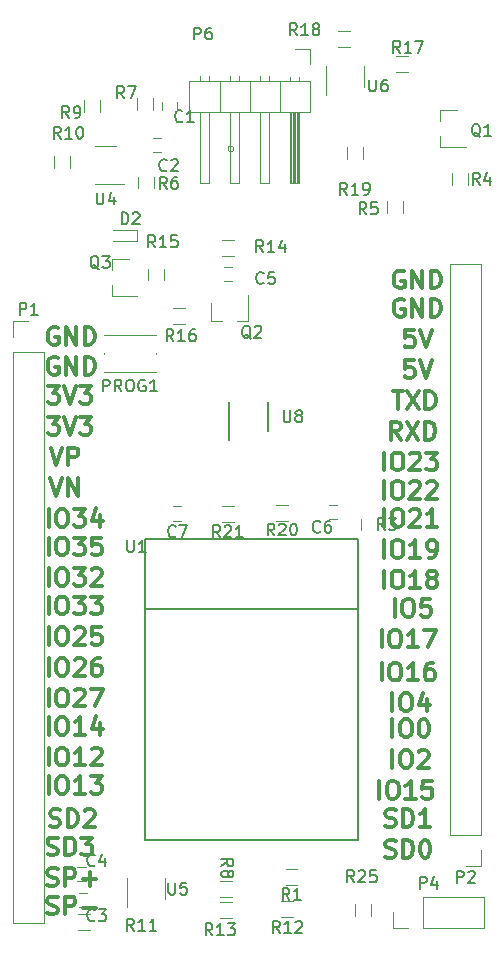
<source format=gbr>
G04 #@! TF.GenerationSoftware,KiCad,Pcbnew,no-vcs-found-9485a4d~59~ubuntu17.04.1*
G04 #@! TF.CreationDate,2017-08-14T14:34:54-05:00*
G04 #@! TF.ProjectId,liger,6C696765722E6B696361645F70636200,rev?*
G04 #@! TF.SameCoordinates,Original*
G04 #@! TF.FileFunction,Legend,Top*
G04 #@! TF.FilePolarity,Positive*
%FSLAX46Y46*%
G04 Gerber Fmt 4.6, Leading zero omitted, Abs format (unit mm)*
G04 Created by KiCad (PCBNEW no-vcs-found-9485a4d~59~ubuntu17.04.1) date Mon Aug 14 14:34:54 2017*
%MOMM*%
%LPD*%
G01*
G04 APERTURE LIST*
%ADD10C,0.300000*%
%ADD11C,0.120000*%
%ADD12C,0.150000*%
%ADD13C,0.100000*%
G04 APERTURE END LIST*
D10*
X131357142Y-77750000D02*
X131214285Y-77678571D01*
X131000000Y-77678571D01*
X130785714Y-77750000D01*
X130642857Y-77892857D01*
X130571428Y-78035714D01*
X130500000Y-78321428D01*
X130500000Y-78535714D01*
X130571428Y-78821428D01*
X130642857Y-78964285D01*
X130785714Y-79107142D01*
X131000000Y-79178571D01*
X131142857Y-79178571D01*
X131357142Y-79107142D01*
X131428571Y-79035714D01*
X131428571Y-78535714D01*
X131142857Y-78535714D01*
X132071428Y-79178571D02*
X132071428Y-77678571D01*
X132928571Y-79178571D01*
X132928571Y-77678571D01*
X133642857Y-79178571D02*
X133642857Y-77678571D01*
X134000000Y-77678571D01*
X134214285Y-77750000D01*
X134357142Y-77892857D01*
X134428571Y-78035714D01*
X134500000Y-78321428D01*
X134500000Y-78535714D01*
X134428571Y-78821428D01*
X134357142Y-78964285D01*
X134214285Y-79107142D01*
X134000000Y-79178571D01*
X133642857Y-79178571D01*
X131357142Y-75250000D02*
X131214285Y-75178571D01*
X131000000Y-75178571D01*
X130785714Y-75250000D01*
X130642857Y-75392857D01*
X130571428Y-75535714D01*
X130500000Y-75821428D01*
X130500000Y-76035714D01*
X130571428Y-76321428D01*
X130642857Y-76464285D01*
X130785714Y-76607142D01*
X131000000Y-76678571D01*
X131142857Y-76678571D01*
X131357142Y-76607142D01*
X131428571Y-76535714D01*
X131428571Y-76035714D01*
X131142857Y-76035714D01*
X132071428Y-76678571D02*
X132071428Y-75178571D01*
X132928571Y-76678571D01*
X132928571Y-75178571D01*
X133642857Y-76678571D02*
X133642857Y-75178571D01*
X134000000Y-75178571D01*
X134214285Y-75250000D01*
X134357142Y-75392857D01*
X134428571Y-75535714D01*
X134500000Y-75821428D01*
X134500000Y-76035714D01*
X134428571Y-76321428D01*
X134357142Y-76464285D01*
X134214285Y-76607142D01*
X134000000Y-76678571D01*
X133642857Y-76678571D01*
X130585714Y-99478571D02*
X130585714Y-97978571D01*
X131585714Y-97978571D02*
X131871428Y-97978571D01*
X132014285Y-98050000D01*
X132157142Y-98192857D01*
X132228571Y-98478571D01*
X132228571Y-98978571D01*
X132157142Y-99264285D01*
X132014285Y-99407142D01*
X131871428Y-99478571D01*
X131585714Y-99478571D01*
X131442857Y-99407142D01*
X131300000Y-99264285D01*
X131228571Y-98978571D01*
X131228571Y-98478571D01*
X131300000Y-98192857D01*
X131442857Y-98050000D01*
X131585714Y-97978571D01*
X132728571Y-97978571D02*
X133657142Y-97978571D01*
X133157142Y-98550000D01*
X133371428Y-98550000D01*
X133514285Y-98621428D01*
X133585714Y-98692857D01*
X133657142Y-98835714D01*
X133657142Y-99192857D01*
X133585714Y-99335714D01*
X133514285Y-99407142D01*
X133371428Y-99478571D01*
X132942857Y-99478571D01*
X132800000Y-99407142D01*
X132728571Y-99335714D01*
X134157142Y-97978571D02*
X135085714Y-97978571D01*
X134585714Y-98550000D01*
X134800000Y-98550000D01*
X134942857Y-98621428D01*
X135014285Y-98692857D01*
X135085714Y-98835714D01*
X135085714Y-99192857D01*
X135014285Y-99335714D01*
X134942857Y-99407142D01*
X134800000Y-99478571D01*
X134371428Y-99478571D01*
X134228571Y-99407142D01*
X134157142Y-99335714D01*
X159107142Y-120007142D02*
X159321428Y-120078571D01*
X159678571Y-120078571D01*
X159821428Y-120007142D01*
X159892857Y-119935714D01*
X159964285Y-119792857D01*
X159964285Y-119650000D01*
X159892857Y-119507142D01*
X159821428Y-119435714D01*
X159678571Y-119364285D01*
X159392857Y-119292857D01*
X159250000Y-119221428D01*
X159178571Y-119150000D01*
X159107142Y-119007142D01*
X159107142Y-118864285D01*
X159178571Y-118721428D01*
X159250000Y-118650000D01*
X159392857Y-118578571D01*
X159750000Y-118578571D01*
X159964285Y-118650000D01*
X160607142Y-120078571D02*
X160607142Y-118578571D01*
X160964285Y-118578571D01*
X161178571Y-118650000D01*
X161321428Y-118792857D01*
X161392857Y-118935714D01*
X161464285Y-119221428D01*
X161464285Y-119435714D01*
X161392857Y-119721428D01*
X161321428Y-119864285D01*
X161178571Y-120007142D01*
X160964285Y-120078571D01*
X160607142Y-120078571D01*
X162392857Y-118578571D02*
X162535714Y-118578571D01*
X162678571Y-118650000D01*
X162750000Y-118721428D01*
X162821428Y-118864285D01*
X162892857Y-119150000D01*
X162892857Y-119507142D01*
X162821428Y-119792857D01*
X162750000Y-119935714D01*
X162678571Y-120007142D01*
X162535714Y-120078571D01*
X162392857Y-120078571D01*
X162250000Y-120007142D01*
X162178571Y-119935714D01*
X162107142Y-119792857D01*
X162035714Y-119507142D01*
X162035714Y-119150000D01*
X162107142Y-118864285D01*
X162178571Y-118721428D01*
X162250000Y-118650000D01*
X162392857Y-118578571D01*
X159107142Y-117407142D02*
X159321428Y-117478571D01*
X159678571Y-117478571D01*
X159821428Y-117407142D01*
X159892857Y-117335714D01*
X159964285Y-117192857D01*
X159964285Y-117050000D01*
X159892857Y-116907142D01*
X159821428Y-116835714D01*
X159678571Y-116764285D01*
X159392857Y-116692857D01*
X159250000Y-116621428D01*
X159178571Y-116550000D01*
X159107142Y-116407142D01*
X159107142Y-116264285D01*
X159178571Y-116121428D01*
X159250000Y-116050000D01*
X159392857Y-115978571D01*
X159750000Y-115978571D01*
X159964285Y-116050000D01*
X160607142Y-117478571D02*
X160607142Y-115978571D01*
X160964285Y-115978571D01*
X161178571Y-116050000D01*
X161321428Y-116192857D01*
X161392857Y-116335714D01*
X161464285Y-116621428D01*
X161464285Y-116835714D01*
X161392857Y-117121428D01*
X161321428Y-117264285D01*
X161178571Y-117407142D01*
X160964285Y-117478571D01*
X160607142Y-117478571D01*
X162892857Y-117478571D02*
X162035714Y-117478571D01*
X162464285Y-117478571D02*
X162464285Y-115978571D01*
X162321428Y-116192857D01*
X162178571Y-116335714D01*
X162035714Y-116407142D01*
X158585714Y-115078571D02*
X158585714Y-113578571D01*
X159585714Y-113578571D02*
X159871428Y-113578571D01*
X160014285Y-113650000D01*
X160157142Y-113792857D01*
X160228571Y-114078571D01*
X160228571Y-114578571D01*
X160157142Y-114864285D01*
X160014285Y-115007142D01*
X159871428Y-115078571D01*
X159585714Y-115078571D01*
X159442857Y-115007142D01*
X159300000Y-114864285D01*
X159228571Y-114578571D01*
X159228571Y-114078571D01*
X159300000Y-113792857D01*
X159442857Y-113650000D01*
X159585714Y-113578571D01*
X161657142Y-115078571D02*
X160800000Y-115078571D01*
X161228571Y-115078571D02*
X161228571Y-113578571D01*
X161085714Y-113792857D01*
X160942857Y-113935714D01*
X160800000Y-114007142D01*
X163014285Y-113578571D02*
X162300000Y-113578571D01*
X162228571Y-114292857D01*
X162300000Y-114221428D01*
X162442857Y-114150000D01*
X162800000Y-114150000D01*
X162942857Y-114221428D01*
X163014285Y-114292857D01*
X163085714Y-114435714D01*
X163085714Y-114792857D01*
X163014285Y-114935714D01*
X162942857Y-115007142D01*
X162800000Y-115078571D01*
X162442857Y-115078571D01*
X162300000Y-115007142D01*
X162228571Y-114935714D01*
X159700000Y-112478571D02*
X159700000Y-110978571D01*
X160700000Y-110978571D02*
X160985714Y-110978571D01*
X161128571Y-111050000D01*
X161271428Y-111192857D01*
X161342857Y-111478571D01*
X161342857Y-111978571D01*
X161271428Y-112264285D01*
X161128571Y-112407142D01*
X160985714Y-112478571D01*
X160700000Y-112478571D01*
X160557142Y-112407142D01*
X160414285Y-112264285D01*
X160342857Y-111978571D01*
X160342857Y-111478571D01*
X160414285Y-111192857D01*
X160557142Y-111050000D01*
X160700000Y-110978571D01*
X161914285Y-111121428D02*
X161985714Y-111050000D01*
X162128571Y-110978571D01*
X162485714Y-110978571D01*
X162628571Y-111050000D01*
X162700000Y-111121428D01*
X162771428Y-111264285D01*
X162771428Y-111407142D01*
X162700000Y-111621428D01*
X161842857Y-112478571D01*
X162771428Y-112478571D01*
X159700000Y-109878571D02*
X159700000Y-108378571D01*
X160700000Y-108378571D02*
X160985714Y-108378571D01*
X161128571Y-108450000D01*
X161271428Y-108592857D01*
X161342857Y-108878571D01*
X161342857Y-109378571D01*
X161271428Y-109664285D01*
X161128571Y-109807142D01*
X160985714Y-109878571D01*
X160700000Y-109878571D01*
X160557142Y-109807142D01*
X160414285Y-109664285D01*
X160342857Y-109378571D01*
X160342857Y-108878571D01*
X160414285Y-108592857D01*
X160557142Y-108450000D01*
X160700000Y-108378571D01*
X162271428Y-108378571D02*
X162414285Y-108378571D01*
X162557142Y-108450000D01*
X162628571Y-108521428D01*
X162700000Y-108664285D01*
X162771428Y-108950000D01*
X162771428Y-109307142D01*
X162700000Y-109592857D01*
X162628571Y-109735714D01*
X162557142Y-109807142D01*
X162414285Y-109878571D01*
X162271428Y-109878571D01*
X162128571Y-109807142D01*
X162057142Y-109735714D01*
X161985714Y-109592857D01*
X161914285Y-109307142D01*
X161914285Y-108950000D01*
X161985714Y-108664285D01*
X162057142Y-108521428D01*
X162128571Y-108450000D01*
X162271428Y-108378571D01*
X159700000Y-107678571D02*
X159700000Y-106178571D01*
X160700000Y-106178571D02*
X160985714Y-106178571D01*
X161128571Y-106250000D01*
X161271428Y-106392857D01*
X161342857Y-106678571D01*
X161342857Y-107178571D01*
X161271428Y-107464285D01*
X161128571Y-107607142D01*
X160985714Y-107678571D01*
X160700000Y-107678571D01*
X160557142Y-107607142D01*
X160414285Y-107464285D01*
X160342857Y-107178571D01*
X160342857Y-106678571D01*
X160414285Y-106392857D01*
X160557142Y-106250000D01*
X160700000Y-106178571D01*
X162628571Y-106678571D02*
X162628571Y-107678571D01*
X162271428Y-106107142D02*
X161914285Y-107178571D01*
X162842857Y-107178571D01*
X158785714Y-105078571D02*
X158785714Y-103578571D01*
X159785714Y-103578571D02*
X160071428Y-103578571D01*
X160214285Y-103650000D01*
X160357142Y-103792857D01*
X160428571Y-104078571D01*
X160428571Y-104578571D01*
X160357142Y-104864285D01*
X160214285Y-105007142D01*
X160071428Y-105078571D01*
X159785714Y-105078571D01*
X159642857Y-105007142D01*
X159500000Y-104864285D01*
X159428571Y-104578571D01*
X159428571Y-104078571D01*
X159500000Y-103792857D01*
X159642857Y-103650000D01*
X159785714Y-103578571D01*
X161857142Y-105078571D02*
X161000000Y-105078571D01*
X161428571Y-105078571D02*
X161428571Y-103578571D01*
X161285714Y-103792857D01*
X161142857Y-103935714D01*
X161000000Y-104007142D01*
X163142857Y-103578571D02*
X162857142Y-103578571D01*
X162714285Y-103650000D01*
X162642857Y-103721428D01*
X162500000Y-103935714D01*
X162428571Y-104221428D01*
X162428571Y-104792857D01*
X162500000Y-104935714D01*
X162571428Y-105007142D01*
X162714285Y-105078571D01*
X163000000Y-105078571D01*
X163142857Y-105007142D01*
X163214285Y-104935714D01*
X163285714Y-104792857D01*
X163285714Y-104435714D01*
X163214285Y-104292857D01*
X163142857Y-104221428D01*
X163000000Y-104150000D01*
X162714285Y-104150000D01*
X162571428Y-104221428D01*
X162500000Y-104292857D01*
X162428571Y-104435714D01*
X158785714Y-102278571D02*
X158785714Y-100778571D01*
X159785714Y-100778571D02*
X160071428Y-100778571D01*
X160214285Y-100850000D01*
X160357142Y-100992857D01*
X160428571Y-101278571D01*
X160428571Y-101778571D01*
X160357142Y-102064285D01*
X160214285Y-102207142D01*
X160071428Y-102278571D01*
X159785714Y-102278571D01*
X159642857Y-102207142D01*
X159500000Y-102064285D01*
X159428571Y-101778571D01*
X159428571Y-101278571D01*
X159500000Y-100992857D01*
X159642857Y-100850000D01*
X159785714Y-100778571D01*
X161857142Y-102278571D02*
X161000000Y-102278571D01*
X161428571Y-102278571D02*
X161428571Y-100778571D01*
X161285714Y-100992857D01*
X161142857Y-101135714D01*
X161000000Y-101207142D01*
X162357142Y-100778571D02*
X163357142Y-100778571D01*
X162714285Y-102278571D01*
X159900000Y-99678571D02*
X159900000Y-98178571D01*
X160900000Y-98178571D02*
X161185714Y-98178571D01*
X161328571Y-98250000D01*
X161471428Y-98392857D01*
X161542857Y-98678571D01*
X161542857Y-99178571D01*
X161471428Y-99464285D01*
X161328571Y-99607142D01*
X161185714Y-99678571D01*
X160900000Y-99678571D01*
X160757142Y-99607142D01*
X160614285Y-99464285D01*
X160542857Y-99178571D01*
X160542857Y-98678571D01*
X160614285Y-98392857D01*
X160757142Y-98250000D01*
X160900000Y-98178571D01*
X162900000Y-98178571D02*
X162185714Y-98178571D01*
X162114285Y-98892857D01*
X162185714Y-98821428D01*
X162328571Y-98750000D01*
X162685714Y-98750000D01*
X162828571Y-98821428D01*
X162900000Y-98892857D01*
X162971428Y-99035714D01*
X162971428Y-99392857D01*
X162900000Y-99535714D01*
X162828571Y-99607142D01*
X162685714Y-99678571D01*
X162328571Y-99678571D01*
X162185714Y-99607142D01*
X162114285Y-99535714D01*
X158985714Y-97278571D02*
X158985714Y-95778571D01*
X159985714Y-95778571D02*
X160271428Y-95778571D01*
X160414285Y-95850000D01*
X160557142Y-95992857D01*
X160628571Y-96278571D01*
X160628571Y-96778571D01*
X160557142Y-97064285D01*
X160414285Y-97207142D01*
X160271428Y-97278571D01*
X159985714Y-97278571D01*
X159842857Y-97207142D01*
X159700000Y-97064285D01*
X159628571Y-96778571D01*
X159628571Y-96278571D01*
X159700000Y-95992857D01*
X159842857Y-95850000D01*
X159985714Y-95778571D01*
X162057142Y-97278571D02*
X161200000Y-97278571D01*
X161628571Y-97278571D02*
X161628571Y-95778571D01*
X161485714Y-95992857D01*
X161342857Y-96135714D01*
X161200000Y-96207142D01*
X162914285Y-96421428D02*
X162771428Y-96350000D01*
X162700000Y-96278571D01*
X162628571Y-96135714D01*
X162628571Y-96064285D01*
X162700000Y-95921428D01*
X162771428Y-95850000D01*
X162914285Y-95778571D01*
X163200000Y-95778571D01*
X163342857Y-95850000D01*
X163414285Y-95921428D01*
X163485714Y-96064285D01*
X163485714Y-96135714D01*
X163414285Y-96278571D01*
X163342857Y-96350000D01*
X163200000Y-96421428D01*
X162914285Y-96421428D01*
X162771428Y-96492857D01*
X162700000Y-96564285D01*
X162628571Y-96707142D01*
X162628571Y-96992857D01*
X162700000Y-97135714D01*
X162771428Y-97207142D01*
X162914285Y-97278571D01*
X163200000Y-97278571D01*
X163342857Y-97207142D01*
X163414285Y-97135714D01*
X163485714Y-96992857D01*
X163485714Y-96707142D01*
X163414285Y-96564285D01*
X163342857Y-96492857D01*
X163200000Y-96421428D01*
X158985714Y-94678571D02*
X158985714Y-93178571D01*
X159985714Y-93178571D02*
X160271428Y-93178571D01*
X160414285Y-93250000D01*
X160557142Y-93392857D01*
X160628571Y-93678571D01*
X160628571Y-94178571D01*
X160557142Y-94464285D01*
X160414285Y-94607142D01*
X160271428Y-94678571D01*
X159985714Y-94678571D01*
X159842857Y-94607142D01*
X159700000Y-94464285D01*
X159628571Y-94178571D01*
X159628571Y-93678571D01*
X159700000Y-93392857D01*
X159842857Y-93250000D01*
X159985714Y-93178571D01*
X162057142Y-94678571D02*
X161200000Y-94678571D01*
X161628571Y-94678571D02*
X161628571Y-93178571D01*
X161485714Y-93392857D01*
X161342857Y-93535714D01*
X161200000Y-93607142D01*
X162771428Y-94678571D02*
X163057142Y-94678571D01*
X163200000Y-94607142D01*
X163271428Y-94535714D01*
X163414285Y-94321428D01*
X163485714Y-94035714D01*
X163485714Y-93464285D01*
X163414285Y-93321428D01*
X163342857Y-93250000D01*
X163200000Y-93178571D01*
X162914285Y-93178571D01*
X162771428Y-93250000D01*
X162700000Y-93321428D01*
X162628571Y-93464285D01*
X162628571Y-93821428D01*
X162700000Y-93964285D01*
X162771428Y-94035714D01*
X162914285Y-94107142D01*
X163200000Y-94107142D01*
X163342857Y-94035714D01*
X163414285Y-93964285D01*
X163485714Y-93821428D01*
X158985714Y-92078571D02*
X158985714Y-90578571D01*
X159985714Y-90578571D02*
X160271428Y-90578571D01*
X160414285Y-90650000D01*
X160557142Y-90792857D01*
X160628571Y-91078571D01*
X160628571Y-91578571D01*
X160557142Y-91864285D01*
X160414285Y-92007142D01*
X160271428Y-92078571D01*
X159985714Y-92078571D01*
X159842857Y-92007142D01*
X159700000Y-91864285D01*
X159628571Y-91578571D01*
X159628571Y-91078571D01*
X159700000Y-90792857D01*
X159842857Y-90650000D01*
X159985714Y-90578571D01*
X161200000Y-90721428D02*
X161271428Y-90650000D01*
X161414285Y-90578571D01*
X161771428Y-90578571D01*
X161914285Y-90650000D01*
X161985714Y-90721428D01*
X162057142Y-90864285D01*
X162057142Y-91007142D01*
X161985714Y-91221428D01*
X161128571Y-92078571D01*
X162057142Y-92078571D01*
X163485714Y-92078571D02*
X162628571Y-92078571D01*
X163057142Y-92078571D02*
X163057142Y-90578571D01*
X162914285Y-90792857D01*
X162771428Y-90935714D01*
X162628571Y-91007142D01*
X158985714Y-89678571D02*
X158985714Y-88178571D01*
X159985714Y-88178571D02*
X160271428Y-88178571D01*
X160414285Y-88250000D01*
X160557142Y-88392857D01*
X160628571Y-88678571D01*
X160628571Y-89178571D01*
X160557142Y-89464285D01*
X160414285Y-89607142D01*
X160271428Y-89678571D01*
X159985714Y-89678571D01*
X159842857Y-89607142D01*
X159700000Y-89464285D01*
X159628571Y-89178571D01*
X159628571Y-88678571D01*
X159700000Y-88392857D01*
X159842857Y-88250000D01*
X159985714Y-88178571D01*
X161200000Y-88321428D02*
X161271428Y-88250000D01*
X161414285Y-88178571D01*
X161771428Y-88178571D01*
X161914285Y-88250000D01*
X161985714Y-88321428D01*
X162057142Y-88464285D01*
X162057142Y-88607142D01*
X161985714Y-88821428D01*
X161128571Y-89678571D01*
X162057142Y-89678571D01*
X162628571Y-88321428D02*
X162700000Y-88250000D01*
X162842857Y-88178571D01*
X163200000Y-88178571D01*
X163342857Y-88250000D01*
X163414285Y-88321428D01*
X163485714Y-88464285D01*
X163485714Y-88607142D01*
X163414285Y-88821428D01*
X162557142Y-89678571D01*
X163485714Y-89678571D01*
X158985714Y-87278571D02*
X158985714Y-85778571D01*
X159985714Y-85778571D02*
X160271428Y-85778571D01*
X160414285Y-85850000D01*
X160557142Y-85992857D01*
X160628571Y-86278571D01*
X160628571Y-86778571D01*
X160557142Y-87064285D01*
X160414285Y-87207142D01*
X160271428Y-87278571D01*
X159985714Y-87278571D01*
X159842857Y-87207142D01*
X159700000Y-87064285D01*
X159628571Y-86778571D01*
X159628571Y-86278571D01*
X159700000Y-85992857D01*
X159842857Y-85850000D01*
X159985714Y-85778571D01*
X161200000Y-85921428D02*
X161271428Y-85850000D01*
X161414285Y-85778571D01*
X161771428Y-85778571D01*
X161914285Y-85850000D01*
X161985714Y-85921428D01*
X162057142Y-86064285D01*
X162057142Y-86207142D01*
X161985714Y-86421428D01*
X161128571Y-87278571D01*
X162057142Y-87278571D01*
X162557142Y-85778571D02*
X163485714Y-85778571D01*
X162985714Y-86350000D01*
X163200000Y-86350000D01*
X163342857Y-86421428D01*
X163414285Y-86492857D01*
X163485714Y-86635714D01*
X163485714Y-86992857D01*
X163414285Y-87135714D01*
X163342857Y-87207142D01*
X163200000Y-87278571D01*
X162771428Y-87278571D01*
X162628571Y-87207142D01*
X162557142Y-87135714D01*
X160400000Y-84678571D02*
X159900000Y-83964285D01*
X159542857Y-84678571D02*
X159542857Y-83178571D01*
X160114285Y-83178571D01*
X160257142Y-83250000D01*
X160328571Y-83321428D01*
X160400000Y-83464285D01*
X160400000Y-83678571D01*
X160328571Y-83821428D01*
X160257142Y-83892857D01*
X160114285Y-83964285D01*
X159542857Y-83964285D01*
X160900000Y-83178571D02*
X161900000Y-84678571D01*
X161900000Y-83178571D02*
X160900000Y-84678571D01*
X162471428Y-84678571D02*
X162471428Y-83178571D01*
X162828571Y-83178571D01*
X163042857Y-83250000D01*
X163185714Y-83392857D01*
X163257142Y-83535714D01*
X163328571Y-83821428D01*
X163328571Y-84035714D01*
X163257142Y-84321428D01*
X163185714Y-84464285D01*
X163042857Y-84607142D01*
X162828571Y-84678571D01*
X162471428Y-84678571D01*
X159707142Y-80578571D02*
X160564285Y-80578571D01*
X160135714Y-82078571D02*
X160135714Y-80578571D01*
X160921428Y-80578571D02*
X161921428Y-82078571D01*
X161921428Y-80578571D02*
X160921428Y-82078571D01*
X162492857Y-82078571D02*
X162492857Y-80578571D01*
X162850000Y-80578571D01*
X163064285Y-80650000D01*
X163207142Y-80792857D01*
X163278571Y-80935714D01*
X163350000Y-81221428D01*
X163350000Y-81435714D01*
X163278571Y-81721428D01*
X163207142Y-81864285D01*
X163064285Y-82007142D01*
X162850000Y-82078571D01*
X162492857Y-82078571D01*
X161514285Y-77978571D02*
X160800000Y-77978571D01*
X160728571Y-78692857D01*
X160800000Y-78621428D01*
X160942857Y-78550000D01*
X161300000Y-78550000D01*
X161442857Y-78621428D01*
X161514285Y-78692857D01*
X161585714Y-78835714D01*
X161585714Y-79192857D01*
X161514285Y-79335714D01*
X161442857Y-79407142D01*
X161300000Y-79478571D01*
X160942857Y-79478571D01*
X160800000Y-79407142D01*
X160728571Y-79335714D01*
X162014285Y-77978571D02*
X162514285Y-79478571D01*
X163014285Y-77978571D01*
X161514285Y-75378571D02*
X160800000Y-75378571D01*
X160728571Y-76092857D01*
X160800000Y-76021428D01*
X160942857Y-75950000D01*
X161300000Y-75950000D01*
X161442857Y-76021428D01*
X161514285Y-76092857D01*
X161585714Y-76235714D01*
X161585714Y-76592857D01*
X161514285Y-76735714D01*
X161442857Y-76807142D01*
X161300000Y-76878571D01*
X160942857Y-76878571D01*
X160800000Y-76807142D01*
X160728571Y-76735714D01*
X162014285Y-75378571D02*
X162514285Y-76878571D01*
X163014285Y-75378571D01*
X160657142Y-72850000D02*
X160514285Y-72778571D01*
X160300000Y-72778571D01*
X160085714Y-72850000D01*
X159942857Y-72992857D01*
X159871428Y-73135714D01*
X159800000Y-73421428D01*
X159800000Y-73635714D01*
X159871428Y-73921428D01*
X159942857Y-74064285D01*
X160085714Y-74207142D01*
X160300000Y-74278571D01*
X160442857Y-74278571D01*
X160657142Y-74207142D01*
X160728571Y-74135714D01*
X160728571Y-73635714D01*
X160442857Y-73635714D01*
X161371428Y-74278571D02*
X161371428Y-72778571D01*
X162228571Y-74278571D01*
X162228571Y-72778571D01*
X162942857Y-74278571D02*
X162942857Y-72778571D01*
X163300000Y-72778571D01*
X163514285Y-72850000D01*
X163657142Y-72992857D01*
X163728571Y-73135714D01*
X163800000Y-73421428D01*
X163800000Y-73635714D01*
X163728571Y-73921428D01*
X163657142Y-74064285D01*
X163514285Y-74207142D01*
X163300000Y-74278571D01*
X162942857Y-74278571D01*
X160657142Y-70450000D02*
X160514285Y-70378571D01*
X160300000Y-70378571D01*
X160085714Y-70450000D01*
X159942857Y-70592857D01*
X159871428Y-70735714D01*
X159800000Y-71021428D01*
X159800000Y-71235714D01*
X159871428Y-71521428D01*
X159942857Y-71664285D01*
X160085714Y-71807142D01*
X160300000Y-71878571D01*
X160442857Y-71878571D01*
X160657142Y-71807142D01*
X160728571Y-71735714D01*
X160728571Y-71235714D01*
X160442857Y-71235714D01*
X161371428Y-71878571D02*
X161371428Y-70378571D01*
X162228571Y-71878571D01*
X162228571Y-70378571D01*
X162942857Y-71878571D02*
X162942857Y-70378571D01*
X163300000Y-70378571D01*
X163514285Y-70450000D01*
X163657142Y-70592857D01*
X163728571Y-70735714D01*
X163800000Y-71021428D01*
X163800000Y-71235714D01*
X163728571Y-71521428D01*
X163657142Y-71664285D01*
X163514285Y-71807142D01*
X163300000Y-71878571D01*
X162942857Y-71878571D01*
X130492857Y-124807142D02*
X130707142Y-124878571D01*
X131064285Y-124878571D01*
X131207142Y-124807142D01*
X131278571Y-124735714D01*
X131350000Y-124592857D01*
X131350000Y-124450000D01*
X131278571Y-124307142D01*
X131207142Y-124235714D01*
X131064285Y-124164285D01*
X130778571Y-124092857D01*
X130635714Y-124021428D01*
X130564285Y-123950000D01*
X130492857Y-123807142D01*
X130492857Y-123664285D01*
X130564285Y-123521428D01*
X130635714Y-123450000D01*
X130778571Y-123378571D01*
X131135714Y-123378571D01*
X131350000Y-123450000D01*
X131992857Y-124878571D02*
X131992857Y-123378571D01*
X132564285Y-123378571D01*
X132707142Y-123450000D01*
X132778571Y-123521428D01*
X132850000Y-123664285D01*
X132850000Y-123878571D01*
X132778571Y-124021428D01*
X132707142Y-124092857D01*
X132564285Y-124164285D01*
X131992857Y-124164285D01*
X133492857Y-124307142D02*
X134635714Y-124307142D01*
X130492857Y-122407142D02*
X130707142Y-122478571D01*
X131064285Y-122478571D01*
X131207142Y-122407142D01*
X131278571Y-122335714D01*
X131350000Y-122192857D01*
X131350000Y-122050000D01*
X131278571Y-121907142D01*
X131207142Y-121835714D01*
X131064285Y-121764285D01*
X130778571Y-121692857D01*
X130635714Y-121621428D01*
X130564285Y-121550000D01*
X130492857Y-121407142D01*
X130492857Y-121264285D01*
X130564285Y-121121428D01*
X130635714Y-121050000D01*
X130778571Y-120978571D01*
X131135714Y-120978571D01*
X131350000Y-121050000D01*
X131992857Y-122478571D02*
X131992857Y-120978571D01*
X132564285Y-120978571D01*
X132707142Y-121050000D01*
X132778571Y-121121428D01*
X132850000Y-121264285D01*
X132850000Y-121478571D01*
X132778571Y-121621428D01*
X132707142Y-121692857D01*
X132564285Y-121764285D01*
X131992857Y-121764285D01*
X133492857Y-121907142D02*
X134635714Y-121907142D01*
X134064285Y-122478571D02*
X134064285Y-121335714D01*
X130507142Y-119807142D02*
X130721428Y-119878571D01*
X131078571Y-119878571D01*
X131221428Y-119807142D01*
X131292857Y-119735714D01*
X131364285Y-119592857D01*
X131364285Y-119450000D01*
X131292857Y-119307142D01*
X131221428Y-119235714D01*
X131078571Y-119164285D01*
X130792857Y-119092857D01*
X130650000Y-119021428D01*
X130578571Y-118950000D01*
X130507142Y-118807142D01*
X130507142Y-118664285D01*
X130578571Y-118521428D01*
X130650000Y-118450000D01*
X130792857Y-118378571D01*
X131150000Y-118378571D01*
X131364285Y-118450000D01*
X132007142Y-119878571D02*
X132007142Y-118378571D01*
X132364285Y-118378571D01*
X132578571Y-118450000D01*
X132721428Y-118592857D01*
X132792857Y-118735714D01*
X132864285Y-119021428D01*
X132864285Y-119235714D01*
X132792857Y-119521428D01*
X132721428Y-119664285D01*
X132578571Y-119807142D01*
X132364285Y-119878571D01*
X132007142Y-119878571D01*
X133364285Y-118378571D02*
X134292857Y-118378571D01*
X133792857Y-118950000D01*
X134007142Y-118950000D01*
X134150000Y-119021428D01*
X134221428Y-119092857D01*
X134292857Y-119235714D01*
X134292857Y-119592857D01*
X134221428Y-119735714D01*
X134150000Y-119807142D01*
X134007142Y-119878571D01*
X133578571Y-119878571D01*
X133435714Y-119807142D01*
X133364285Y-119735714D01*
X130707142Y-117407142D02*
X130921428Y-117478571D01*
X131278571Y-117478571D01*
X131421428Y-117407142D01*
X131492857Y-117335714D01*
X131564285Y-117192857D01*
X131564285Y-117050000D01*
X131492857Y-116907142D01*
X131421428Y-116835714D01*
X131278571Y-116764285D01*
X130992857Y-116692857D01*
X130850000Y-116621428D01*
X130778571Y-116550000D01*
X130707142Y-116407142D01*
X130707142Y-116264285D01*
X130778571Y-116121428D01*
X130850000Y-116050000D01*
X130992857Y-115978571D01*
X131350000Y-115978571D01*
X131564285Y-116050000D01*
X132207142Y-117478571D02*
X132207142Y-115978571D01*
X132564285Y-115978571D01*
X132778571Y-116050000D01*
X132921428Y-116192857D01*
X132992857Y-116335714D01*
X133064285Y-116621428D01*
X133064285Y-116835714D01*
X132992857Y-117121428D01*
X132921428Y-117264285D01*
X132778571Y-117407142D01*
X132564285Y-117478571D01*
X132207142Y-117478571D01*
X133635714Y-116121428D02*
X133707142Y-116050000D01*
X133850000Y-115978571D01*
X134207142Y-115978571D01*
X134350000Y-116050000D01*
X134421428Y-116121428D01*
X134492857Y-116264285D01*
X134492857Y-116407142D01*
X134421428Y-116621428D01*
X133564285Y-117478571D01*
X134492857Y-117478571D01*
X130585714Y-114678571D02*
X130585714Y-113178571D01*
X131585714Y-113178571D02*
X131871428Y-113178571D01*
X132014285Y-113250000D01*
X132157142Y-113392857D01*
X132228571Y-113678571D01*
X132228571Y-114178571D01*
X132157142Y-114464285D01*
X132014285Y-114607142D01*
X131871428Y-114678571D01*
X131585714Y-114678571D01*
X131442857Y-114607142D01*
X131300000Y-114464285D01*
X131228571Y-114178571D01*
X131228571Y-113678571D01*
X131300000Y-113392857D01*
X131442857Y-113250000D01*
X131585714Y-113178571D01*
X133657142Y-114678571D02*
X132800000Y-114678571D01*
X133228571Y-114678571D02*
X133228571Y-113178571D01*
X133085714Y-113392857D01*
X132942857Y-113535714D01*
X132800000Y-113607142D01*
X134157142Y-113178571D02*
X135085714Y-113178571D01*
X134585714Y-113750000D01*
X134800000Y-113750000D01*
X134942857Y-113821428D01*
X135014285Y-113892857D01*
X135085714Y-114035714D01*
X135085714Y-114392857D01*
X135014285Y-114535714D01*
X134942857Y-114607142D01*
X134800000Y-114678571D01*
X134371428Y-114678571D01*
X134228571Y-114607142D01*
X134157142Y-114535714D01*
X130585714Y-112278571D02*
X130585714Y-110778571D01*
X131585714Y-110778571D02*
X131871428Y-110778571D01*
X132014285Y-110850000D01*
X132157142Y-110992857D01*
X132228571Y-111278571D01*
X132228571Y-111778571D01*
X132157142Y-112064285D01*
X132014285Y-112207142D01*
X131871428Y-112278571D01*
X131585714Y-112278571D01*
X131442857Y-112207142D01*
X131300000Y-112064285D01*
X131228571Y-111778571D01*
X131228571Y-111278571D01*
X131300000Y-110992857D01*
X131442857Y-110850000D01*
X131585714Y-110778571D01*
X133657142Y-112278571D02*
X132800000Y-112278571D01*
X133228571Y-112278571D02*
X133228571Y-110778571D01*
X133085714Y-110992857D01*
X132942857Y-111135714D01*
X132800000Y-111207142D01*
X134228571Y-110921428D02*
X134300000Y-110850000D01*
X134442857Y-110778571D01*
X134800000Y-110778571D01*
X134942857Y-110850000D01*
X135014285Y-110921428D01*
X135085714Y-111064285D01*
X135085714Y-111207142D01*
X135014285Y-111421428D01*
X134157142Y-112278571D01*
X135085714Y-112278571D01*
X130585714Y-109678571D02*
X130585714Y-108178571D01*
X131585714Y-108178571D02*
X131871428Y-108178571D01*
X132014285Y-108250000D01*
X132157142Y-108392857D01*
X132228571Y-108678571D01*
X132228571Y-109178571D01*
X132157142Y-109464285D01*
X132014285Y-109607142D01*
X131871428Y-109678571D01*
X131585714Y-109678571D01*
X131442857Y-109607142D01*
X131300000Y-109464285D01*
X131228571Y-109178571D01*
X131228571Y-108678571D01*
X131300000Y-108392857D01*
X131442857Y-108250000D01*
X131585714Y-108178571D01*
X133657142Y-109678571D02*
X132800000Y-109678571D01*
X133228571Y-109678571D02*
X133228571Y-108178571D01*
X133085714Y-108392857D01*
X132942857Y-108535714D01*
X132800000Y-108607142D01*
X134942857Y-108678571D02*
X134942857Y-109678571D01*
X134585714Y-108107142D02*
X134228571Y-109178571D01*
X135157142Y-109178571D01*
X130585714Y-107278571D02*
X130585714Y-105778571D01*
X131585714Y-105778571D02*
X131871428Y-105778571D01*
X132014285Y-105850000D01*
X132157142Y-105992857D01*
X132228571Y-106278571D01*
X132228571Y-106778571D01*
X132157142Y-107064285D01*
X132014285Y-107207142D01*
X131871428Y-107278571D01*
X131585714Y-107278571D01*
X131442857Y-107207142D01*
X131300000Y-107064285D01*
X131228571Y-106778571D01*
X131228571Y-106278571D01*
X131300000Y-105992857D01*
X131442857Y-105850000D01*
X131585714Y-105778571D01*
X132800000Y-105921428D02*
X132871428Y-105850000D01*
X133014285Y-105778571D01*
X133371428Y-105778571D01*
X133514285Y-105850000D01*
X133585714Y-105921428D01*
X133657142Y-106064285D01*
X133657142Y-106207142D01*
X133585714Y-106421428D01*
X132728571Y-107278571D01*
X133657142Y-107278571D01*
X134157142Y-105778571D02*
X135157142Y-105778571D01*
X134514285Y-107278571D01*
X130585714Y-104678571D02*
X130585714Y-103178571D01*
X131585714Y-103178571D02*
X131871428Y-103178571D01*
X132014285Y-103250000D01*
X132157142Y-103392857D01*
X132228571Y-103678571D01*
X132228571Y-104178571D01*
X132157142Y-104464285D01*
X132014285Y-104607142D01*
X131871428Y-104678571D01*
X131585714Y-104678571D01*
X131442857Y-104607142D01*
X131300000Y-104464285D01*
X131228571Y-104178571D01*
X131228571Y-103678571D01*
X131300000Y-103392857D01*
X131442857Y-103250000D01*
X131585714Y-103178571D01*
X132800000Y-103321428D02*
X132871428Y-103250000D01*
X133014285Y-103178571D01*
X133371428Y-103178571D01*
X133514285Y-103250000D01*
X133585714Y-103321428D01*
X133657142Y-103464285D01*
X133657142Y-103607142D01*
X133585714Y-103821428D01*
X132728571Y-104678571D01*
X133657142Y-104678571D01*
X134942857Y-103178571D02*
X134657142Y-103178571D01*
X134514285Y-103250000D01*
X134442857Y-103321428D01*
X134300000Y-103535714D01*
X134228571Y-103821428D01*
X134228571Y-104392857D01*
X134300000Y-104535714D01*
X134371428Y-104607142D01*
X134514285Y-104678571D01*
X134800000Y-104678571D01*
X134942857Y-104607142D01*
X135014285Y-104535714D01*
X135085714Y-104392857D01*
X135085714Y-104035714D01*
X135014285Y-103892857D01*
X134942857Y-103821428D01*
X134800000Y-103750000D01*
X134514285Y-103750000D01*
X134371428Y-103821428D01*
X134300000Y-103892857D01*
X134228571Y-104035714D01*
X130585714Y-102078571D02*
X130585714Y-100578571D01*
X131585714Y-100578571D02*
X131871428Y-100578571D01*
X132014285Y-100650000D01*
X132157142Y-100792857D01*
X132228571Y-101078571D01*
X132228571Y-101578571D01*
X132157142Y-101864285D01*
X132014285Y-102007142D01*
X131871428Y-102078571D01*
X131585714Y-102078571D01*
X131442857Y-102007142D01*
X131300000Y-101864285D01*
X131228571Y-101578571D01*
X131228571Y-101078571D01*
X131300000Y-100792857D01*
X131442857Y-100650000D01*
X131585714Y-100578571D01*
X132800000Y-100721428D02*
X132871428Y-100650000D01*
X133014285Y-100578571D01*
X133371428Y-100578571D01*
X133514285Y-100650000D01*
X133585714Y-100721428D01*
X133657142Y-100864285D01*
X133657142Y-101007142D01*
X133585714Y-101221428D01*
X132728571Y-102078571D01*
X133657142Y-102078571D01*
X135014285Y-100578571D02*
X134300000Y-100578571D01*
X134228571Y-101292857D01*
X134300000Y-101221428D01*
X134442857Y-101150000D01*
X134800000Y-101150000D01*
X134942857Y-101221428D01*
X135014285Y-101292857D01*
X135085714Y-101435714D01*
X135085714Y-101792857D01*
X135014285Y-101935714D01*
X134942857Y-102007142D01*
X134800000Y-102078571D01*
X134442857Y-102078571D01*
X134300000Y-102007142D01*
X134228571Y-101935714D01*
X130585714Y-97078571D02*
X130585714Y-95578571D01*
X131585714Y-95578571D02*
X131871428Y-95578571D01*
X132014285Y-95650000D01*
X132157142Y-95792857D01*
X132228571Y-96078571D01*
X132228571Y-96578571D01*
X132157142Y-96864285D01*
X132014285Y-97007142D01*
X131871428Y-97078571D01*
X131585714Y-97078571D01*
X131442857Y-97007142D01*
X131300000Y-96864285D01*
X131228571Y-96578571D01*
X131228571Y-96078571D01*
X131300000Y-95792857D01*
X131442857Y-95650000D01*
X131585714Y-95578571D01*
X132728571Y-95578571D02*
X133657142Y-95578571D01*
X133157142Y-96150000D01*
X133371428Y-96150000D01*
X133514285Y-96221428D01*
X133585714Y-96292857D01*
X133657142Y-96435714D01*
X133657142Y-96792857D01*
X133585714Y-96935714D01*
X133514285Y-97007142D01*
X133371428Y-97078571D01*
X132942857Y-97078571D01*
X132800000Y-97007142D01*
X132728571Y-96935714D01*
X134228571Y-95721428D02*
X134300000Y-95650000D01*
X134442857Y-95578571D01*
X134800000Y-95578571D01*
X134942857Y-95650000D01*
X135014285Y-95721428D01*
X135085714Y-95864285D01*
X135085714Y-96007142D01*
X135014285Y-96221428D01*
X134157142Y-97078571D01*
X135085714Y-97078571D01*
X130585714Y-94478571D02*
X130585714Y-92978571D01*
X131585714Y-92978571D02*
X131871428Y-92978571D01*
X132014285Y-93050000D01*
X132157142Y-93192857D01*
X132228571Y-93478571D01*
X132228571Y-93978571D01*
X132157142Y-94264285D01*
X132014285Y-94407142D01*
X131871428Y-94478571D01*
X131585714Y-94478571D01*
X131442857Y-94407142D01*
X131300000Y-94264285D01*
X131228571Y-93978571D01*
X131228571Y-93478571D01*
X131300000Y-93192857D01*
X131442857Y-93050000D01*
X131585714Y-92978571D01*
X132728571Y-92978571D02*
X133657142Y-92978571D01*
X133157142Y-93550000D01*
X133371428Y-93550000D01*
X133514285Y-93621428D01*
X133585714Y-93692857D01*
X133657142Y-93835714D01*
X133657142Y-94192857D01*
X133585714Y-94335714D01*
X133514285Y-94407142D01*
X133371428Y-94478571D01*
X132942857Y-94478571D01*
X132800000Y-94407142D01*
X132728571Y-94335714D01*
X135014285Y-92978571D02*
X134300000Y-92978571D01*
X134228571Y-93692857D01*
X134300000Y-93621428D01*
X134442857Y-93550000D01*
X134800000Y-93550000D01*
X134942857Y-93621428D01*
X135014285Y-93692857D01*
X135085714Y-93835714D01*
X135085714Y-94192857D01*
X135014285Y-94335714D01*
X134942857Y-94407142D01*
X134800000Y-94478571D01*
X134442857Y-94478571D01*
X134300000Y-94407142D01*
X134228571Y-94335714D01*
X130585714Y-92078571D02*
X130585714Y-90578571D01*
X131585714Y-90578571D02*
X131871428Y-90578571D01*
X132014285Y-90650000D01*
X132157142Y-90792857D01*
X132228571Y-91078571D01*
X132228571Y-91578571D01*
X132157142Y-91864285D01*
X132014285Y-92007142D01*
X131871428Y-92078571D01*
X131585714Y-92078571D01*
X131442857Y-92007142D01*
X131300000Y-91864285D01*
X131228571Y-91578571D01*
X131228571Y-91078571D01*
X131300000Y-90792857D01*
X131442857Y-90650000D01*
X131585714Y-90578571D01*
X132728571Y-90578571D02*
X133657142Y-90578571D01*
X133157142Y-91150000D01*
X133371428Y-91150000D01*
X133514285Y-91221428D01*
X133585714Y-91292857D01*
X133657142Y-91435714D01*
X133657142Y-91792857D01*
X133585714Y-91935714D01*
X133514285Y-92007142D01*
X133371428Y-92078571D01*
X132942857Y-92078571D01*
X132800000Y-92007142D01*
X132728571Y-91935714D01*
X134942857Y-91078571D02*
X134942857Y-92078571D01*
X134585714Y-90507142D02*
X134228571Y-91578571D01*
X135157142Y-91578571D01*
X130714285Y-87978571D02*
X131214285Y-89478571D01*
X131714285Y-87978571D01*
X132214285Y-89478571D02*
X132214285Y-87978571D01*
X133071428Y-89478571D01*
X133071428Y-87978571D01*
X130750000Y-85378571D02*
X131250000Y-86878571D01*
X131750000Y-85378571D01*
X132250000Y-86878571D02*
X132250000Y-85378571D01*
X132821428Y-85378571D01*
X132964285Y-85450000D01*
X133035714Y-85521428D01*
X133107142Y-85664285D01*
X133107142Y-85878571D01*
X133035714Y-86021428D01*
X132964285Y-86092857D01*
X132821428Y-86164285D01*
X132250000Y-86164285D01*
X130542857Y-82778571D02*
X131471428Y-82778571D01*
X130971428Y-83350000D01*
X131185714Y-83350000D01*
X131328571Y-83421428D01*
X131400000Y-83492857D01*
X131471428Y-83635714D01*
X131471428Y-83992857D01*
X131400000Y-84135714D01*
X131328571Y-84207142D01*
X131185714Y-84278571D01*
X130757142Y-84278571D01*
X130614285Y-84207142D01*
X130542857Y-84135714D01*
X131900000Y-82778571D02*
X132400000Y-84278571D01*
X132900000Y-82778571D01*
X133257142Y-82778571D02*
X134185714Y-82778571D01*
X133685714Y-83350000D01*
X133900000Y-83350000D01*
X134042857Y-83421428D01*
X134114285Y-83492857D01*
X134185714Y-83635714D01*
X134185714Y-83992857D01*
X134114285Y-84135714D01*
X134042857Y-84207142D01*
X133900000Y-84278571D01*
X133471428Y-84278571D01*
X133328571Y-84207142D01*
X133257142Y-84135714D01*
X130542857Y-80178571D02*
X131471428Y-80178571D01*
X130971428Y-80750000D01*
X131185714Y-80750000D01*
X131328571Y-80821428D01*
X131400000Y-80892857D01*
X131471428Y-81035714D01*
X131471428Y-81392857D01*
X131400000Y-81535714D01*
X131328571Y-81607142D01*
X131185714Y-81678571D01*
X130757142Y-81678571D01*
X130614285Y-81607142D01*
X130542857Y-81535714D01*
X131900000Y-80178571D02*
X132400000Y-81678571D01*
X132900000Y-80178571D01*
X133257142Y-80178571D02*
X134185714Y-80178571D01*
X133685714Y-80750000D01*
X133900000Y-80750000D01*
X134042857Y-80821428D01*
X134114285Y-80892857D01*
X134185714Y-81035714D01*
X134185714Y-81392857D01*
X134114285Y-81535714D01*
X134042857Y-81607142D01*
X133900000Y-81678571D01*
X133471428Y-81678571D01*
X133328571Y-81607142D01*
X133257142Y-81535714D01*
D11*
X135300000Y-77350000D02*
X135300000Y-77450000D01*
X139700000Y-75850000D02*
X135300000Y-75850000D01*
X135300000Y-78950000D02*
X139700000Y-78950000D01*
X139700000Y-77350000D02*
X139700000Y-77450000D01*
X146100000Y-123380000D02*
X145100000Y-123380000D01*
X145100000Y-122020000D02*
X146100000Y-122020000D01*
D12*
X156773880Y-99063200D02*
X156773880Y-93063200D01*
X156773880Y-93063200D02*
X138773880Y-93063200D01*
X138773880Y-93063200D02*
X138773880Y-99063200D01*
X138773880Y-99063200D02*
X156773880Y-99063200D01*
X156773880Y-99063200D02*
X156773880Y-118563200D01*
X156773880Y-118563200D02*
X138773880Y-118563200D01*
X138773880Y-118563200D02*
X138773880Y-99063200D01*
D11*
X157260000Y-54850000D02*
X157260000Y-53050000D01*
X154040000Y-53050000D02*
X154040000Y-55500000D01*
X141425000Y-56100000D02*
X141425000Y-56800000D01*
X140225000Y-56800000D02*
X140225000Y-56100000D01*
X140100000Y-60350000D02*
X139400000Y-60350000D01*
X139400000Y-59150000D02*
X140100000Y-59150000D01*
X133825000Y-124275000D02*
X133125000Y-124275000D01*
X133125000Y-123075000D02*
X133825000Y-123075000D01*
X133725000Y-122100000D02*
X133025000Y-122100000D01*
X133025000Y-120900000D02*
X133725000Y-120900000D01*
X145400000Y-70100000D02*
X146100000Y-70100000D01*
X146100000Y-71300000D02*
X145400000Y-71300000D01*
X155000000Y-91450000D02*
X154300000Y-91450000D01*
X154300000Y-90250000D02*
X155000000Y-90250000D01*
X141127917Y-90345595D02*
X141827917Y-90345595D01*
X141827917Y-91545595D02*
X141127917Y-91545595D01*
X138100000Y-67900000D02*
X138100000Y-66900000D01*
X138100000Y-66900000D02*
X136000000Y-66900000D01*
X138100000Y-67900000D02*
X136000000Y-67900000D01*
X127550000Y-125580000D02*
X130210000Y-125580000D01*
X127550000Y-77260000D02*
X127550000Y-125580000D01*
X130210000Y-77260000D02*
X130210000Y-125580000D01*
X127550000Y-77260000D02*
X130210000Y-77260000D01*
X127550000Y-75990000D02*
X127550000Y-74660000D01*
X127550000Y-74660000D02*
X128880000Y-74660000D01*
X167220000Y-69840000D02*
X164560000Y-69840000D01*
X167220000Y-118160000D02*
X167220000Y-69840000D01*
X164560000Y-118160000D02*
X164560000Y-69840000D01*
X167220000Y-118160000D02*
X164560000Y-118160000D01*
X167220000Y-119430000D02*
X167220000Y-120760000D01*
X167220000Y-120760000D02*
X165890000Y-120760000D01*
X152740000Y-54290000D02*
X142460000Y-54290000D01*
X142460000Y-54290000D02*
X142460000Y-56950000D01*
X142460000Y-56950000D02*
X152740000Y-56950000D01*
X152740000Y-56950000D02*
X152740000Y-54290000D01*
X151790000Y-56950000D02*
X151790000Y-62950000D01*
X151790000Y-62950000D02*
X151030000Y-62950000D01*
X151030000Y-62950000D02*
X151030000Y-56950000D01*
X151730000Y-56950000D02*
X151730000Y-62950000D01*
X151610000Y-56950000D02*
X151610000Y-62950000D01*
X151490000Y-56950000D02*
X151490000Y-62950000D01*
X151370000Y-56950000D02*
X151370000Y-62950000D01*
X151250000Y-56950000D02*
X151250000Y-62950000D01*
X151130000Y-56950000D02*
X151130000Y-62950000D01*
X151790000Y-53960000D02*
X151790000Y-54290000D01*
X151030000Y-53960000D02*
X151030000Y-54290000D01*
X150140000Y-54290000D02*
X150140000Y-56950000D01*
X149250000Y-56950000D02*
X149250000Y-62950000D01*
X149250000Y-62950000D02*
X148490000Y-62950000D01*
X148490000Y-62950000D02*
X148490000Y-56950000D01*
X149250000Y-53892929D02*
X149250000Y-54290000D01*
X148490000Y-53892929D02*
X148490000Y-54290000D01*
X147600000Y-54290000D02*
X147600000Y-56950000D01*
X146710000Y-56950000D02*
X146710000Y-62950000D01*
X146710000Y-62950000D02*
X145950000Y-62950000D01*
X145950000Y-62950000D02*
X145950000Y-56950000D01*
X146710000Y-53892929D02*
X146710000Y-54290000D01*
X145950000Y-53892929D02*
X145950000Y-54290000D01*
X145060000Y-54290000D02*
X145060000Y-56950000D01*
X144170000Y-56950000D02*
X144170000Y-62950000D01*
X144170000Y-62950000D02*
X143410000Y-62950000D01*
X143410000Y-62950000D02*
X143410000Y-56950000D01*
X144170000Y-53892929D02*
X144170000Y-54290000D01*
X143410000Y-53892929D02*
X143410000Y-54290000D01*
X151410000Y-51580000D02*
X152680000Y-51580000D01*
X152680000Y-51580000D02*
X152680000Y-52850000D01*
X163740000Y-56770000D02*
X163740000Y-57700000D01*
X163740000Y-59930000D02*
X163740000Y-59000000D01*
X163740000Y-59930000D02*
X165900000Y-59930000D01*
X163740000Y-56770000D02*
X165200000Y-56770000D01*
X144320000Y-74610000D02*
X145250000Y-74610000D01*
X147480000Y-74610000D02*
X146550000Y-74610000D01*
X147480000Y-74610000D02*
X147480000Y-72450000D01*
X144320000Y-74610000D02*
X144320000Y-73150000D01*
X135940000Y-69370000D02*
X135940000Y-70300000D01*
X135940000Y-72530000D02*
X135940000Y-71600000D01*
X135940000Y-72530000D02*
X138100000Y-72530000D01*
X135940000Y-69370000D02*
X137400000Y-69370000D01*
X150650000Y-121070000D02*
X151650000Y-121070000D01*
X151650000Y-122430000D02*
X150650000Y-122430000D01*
X157070000Y-92375000D02*
X157070000Y-91375000D01*
X158430000Y-91375000D02*
X158430000Y-92375000D01*
X164770000Y-63150000D02*
X164770000Y-62150000D01*
X166130000Y-62150000D02*
X166130000Y-63150000D01*
X160580000Y-64475000D02*
X160580000Y-65475000D01*
X159220000Y-65475000D02*
X159220000Y-64475000D01*
X139480000Y-62425000D02*
X139480000Y-63425000D01*
X138120000Y-63425000D02*
X138120000Y-62425000D01*
X138045000Y-56775000D02*
X138045000Y-55775000D01*
X139405000Y-55775000D02*
X139405000Y-56775000D01*
X134980000Y-55950000D02*
X134980000Y-56950000D01*
X133620000Y-56950000D02*
X133620000Y-55950000D01*
X131070000Y-61700000D02*
X131070000Y-60700000D01*
X132430000Y-60700000D02*
X132430000Y-61700000D01*
X134100000Y-126180000D02*
X133100000Y-126180000D01*
X133100000Y-124820000D02*
X134100000Y-124820000D01*
X151300000Y-125080000D02*
X150300000Y-125080000D01*
X150300000Y-123720000D02*
X151300000Y-123720000D01*
X146100000Y-125180000D02*
X145100000Y-125180000D01*
X145100000Y-123820000D02*
X146100000Y-123820000D01*
X146300000Y-69130000D02*
X145300000Y-69130000D01*
X145300000Y-67770000D02*
X146300000Y-67770000D01*
X138970000Y-71200000D02*
X138970000Y-70200000D01*
X140330000Y-70200000D02*
X140330000Y-71200000D01*
X142150000Y-74880000D02*
X141150000Y-74880000D01*
X141150000Y-73520000D02*
X142150000Y-73520000D01*
X161000000Y-53580000D02*
X160000000Y-53580000D01*
X160000000Y-52220000D02*
X161000000Y-52220000D01*
X155100000Y-50070000D02*
X156100000Y-50070000D01*
X156100000Y-51430000D02*
X155100000Y-51430000D01*
X157180000Y-59900000D02*
X157180000Y-60900000D01*
X155820000Y-60900000D02*
X155820000Y-59900000D01*
X149850000Y-90220000D02*
X150850000Y-90220000D01*
X150850000Y-91580000D02*
X149850000Y-91580000D01*
X146277917Y-91675595D02*
X145277917Y-91675595D01*
X145277917Y-90315595D02*
X146277917Y-90315595D01*
X156520000Y-125000000D02*
X156520000Y-124000000D01*
X157880000Y-124000000D02*
X157880000Y-125000000D01*
X136325000Y-59815000D02*
X134525000Y-59815000D01*
X134525000Y-63035000D02*
X136975000Y-63035000D01*
X140435000Y-123600000D02*
X140435000Y-121800000D01*
X137215000Y-121800000D02*
X137215000Y-124250000D01*
D12*
X149145000Y-83977500D02*
X149145000Y-81527500D01*
X145895000Y-84702500D02*
X145895000Y-81527500D01*
D11*
X167446000Y-126044000D02*
X167446000Y-123384000D01*
X162306000Y-126044000D02*
X167446000Y-126044000D01*
X162306000Y-123384000D02*
X167446000Y-123384000D01*
X162306000Y-126044000D02*
X162306000Y-123384000D01*
X161036000Y-126044000D02*
X159706000Y-126044000D01*
X159706000Y-126044000D02*
X159706000Y-124714000D01*
D13*
X146275000Y-60070000D02*
G75*
G03X146275000Y-60070000I-250000J0D01*
G01*
D12*
X135188095Y-80602380D02*
X135188095Y-79602380D01*
X135569047Y-79602380D01*
X135664285Y-79650000D01*
X135711904Y-79697619D01*
X135759523Y-79792857D01*
X135759523Y-79935714D01*
X135711904Y-80030952D01*
X135664285Y-80078571D01*
X135569047Y-80126190D01*
X135188095Y-80126190D01*
X136759523Y-80602380D02*
X136426190Y-80126190D01*
X136188095Y-80602380D02*
X136188095Y-79602380D01*
X136569047Y-79602380D01*
X136664285Y-79650000D01*
X136711904Y-79697619D01*
X136759523Y-79792857D01*
X136759523Y-79935714D01*
X136711904Y-80030952D01*
X136664285Y-80078571D01*
X136569047Y-80126190D01*
X136188095Y-80126190D01*
X137378571Y-79602380D02*
X137569047Y-79602380D01*
X137664285Y-79650000D01*
X137759523Y-79745238D01*
X137807142Y-79935714D01*
X137807142Y-80269047D01*
X137759523Y-80459523D01*
X137664285Y-80554761D01*
X137569047Y-80602380D01*
X137378571Y-80602380D01*
X137283333Y-80554761D01*
X137188095Y-80459523D01*
X137140476Y-80269047D01*
X137140476Y-79935714D01*
X137188095Y-79745238D01*
X137283333Y-79650000D01*
X137378571Y-79602380D01*
X138759523Y-79650000D02*
X138664285Y-79602380D01*
X138521428Y-79602380D01*
X138378571Y-79650000D01*
X138283333Y-79745238D01*
X138235714Y-79840476D01*
X138188095Y-80030952D01*
X138188095Y-80173809D01*
X138235714Y-80364285D01*
X138283333Y-80459523D01*
X138378571Y-80554761D01*
X138521428Y-80602380D01*
X138616666Y-80602380D01*
X138759523Y-80554761D01*
X138807142Y-80507142D01*
X138807142Y-80173809D01*
X138616666Y-80173809D01*
X139759523Y-80602380D02*
X139188095Y-80602380D01*
X139473809Y-80602380D02*
X139473809Y-79602380D01*
X139378571Y-79745238D01*
X139283333Y-79840476D01*
X139188095Y-79888095D01*
X145222619Y-120808333D02*
X145698809Y-120475000D01*
X145222619Y-120236904D02*
X146222619Y-120236904D01*
X146222619Y-120617857D01*
X146175000Y-120713095D01*
X146127380Y-120760714D01*
X146032142Y-120808333D01*
X145889285Y-120808333D01*
X145794047Y-120760714D01*
X145746428Y-120713095D01*
X145698809Y-120617857D01*
X145698809Y-120236904D01*
X145794047Y-121379761D02*
X145841666Y-121284523D01*
X145889285Y-121236904D01*
X145984523Y-121189285D01*
X146032142Y-121189285D01*
X146127380Y-121236904D01*
X146175000Y-121284523D01*
X146222619Y-121379761D01*
X146222619Y-121570238D01*
X146175000Y-121665476D01*
X146127380Y-121713095D01*
X146032142Y-121760714D01*
X145984523Y-121760714D01*
X145889285Y-121713095D01*
X145841666Y-121665476D01*
X145794047Y-121570238D01*
X145794047Y-121379761D01*
X145746428Y-121284523D01*
X145698809Y-121236904D01*
X145603571Y-121189285D01*
X145413095Y-121189285D01*
X145317857Y-121236904D01*
X145270238Y-121284523D01*
X145222619Y-121379761D01*
X145222619Y-121570238D01*
X145270238Y-121665476D01*
X145317857Y-121713095D01*
X145413095Y-121760714D01*
X145603571Y-121760714D01*
X145698809Y-121713095D01*
X145746428Y-121665476D01*
X145794047Y-121570238D01*
X137238095Y-93202380D02*
X137238095Y-94011904D01*
X137285714Y-94107142D01*
X137333333Y-94154761D01*
X137428571Y-94202380D01*
X137619047Y-94202380D01*
X137714285Y-94154761D01*
X137761904Y-94107142D01*
X137809523Y-94011904D01*
X137809523Y-93202380D01*
X138809523Y-94202380D02*
X138238095Y-94202380D01*
X138523809Y-94202380D02*
X138523809Y-93202380D01*
X138428571Y-93345238D01*
X138333333Y-93440476D01*
X138238095Y-93488095D01*
X157738095Y-54202380D02*
X157738095Y-55011904D01*
X157785714Y-55107142D01*
X157833333Y-55154761D01*
X157928571Y-55202380D01*
X158119047Y-55202380D01*
X158214285Y-55154761D01*
X158261904Y-55107142D01*
X158309523Y-55011904D01*
X158309523Y-54202380D01*
X159214285Y-54202380D02*
X159023809Y-54202380D01*
X158928571Y-54250000D01*
X158880952Y-54297619D01*
X158785714Y-54440476D01*
X158738095Y-54630952D01*
X158738095Y-55011904D01*
X158785714Y-55107142D01*
X158833333Y-55154761D01*
X158928571Y-55202380D01*
X159119047Y-55202380D01*
X159214285Y-55154761D01*
X159261904Y-55107142D01*
X159309523Y-55011904D01*
X159309523Y-54773809D01*
X159261904Y-54678571D01*
X159214285Y-54630952D01*
X159119047Y-54583333D01*
X158928571Y-54583333D01*
X158833333Y-54630952D01*
X158785714Y-54678571D01*
X158738095Y-54773809D01*
X141908333Y-57707142D02*
X141860714Y-57754761D01*
X141717857Y-57802380D01*
X141622619Y-57802380D01*
X141479761Y-57754761D01*
X141384523Y-57659523D01*
X141336904Y-57564285D01*
X141289285Y-57373809D01*
X141289285Y-57230952D01*
X141336904Y-57040476D01*
X141384523Y-56945238D01*
X141479761Y-56850000D01*
X141622619Y-56802380D01*
X141717857Y-56802380D01*
X141860714Y-56850000D01*
X141908333Y-56897619D01*
X142860714Y-57802380D02*
X142289285Y-57802380D01*
X142575000Y-57802380D02*
X142575000Y-56802380D01*
X142479761Y-56945238D01*
X142384523Y-57040476D01*
X142289285Y-57088095D01*
X140583333Y-61857142D02*
X140535714Y-61904761D01*
X140392857Y-61952380D01*
X140297619Y-61952380D01*
X140154761Y-61904761D01*
X140059523Y-61809523D01*
X140011904Y-61714285D01*
X139964285Y-61523809D01*
X139964285Y-61380952D01*
X140011904Y-61190476D01*
X140059523Y-61095238D01*
X140154761Y-61000000D01*
X140297619Y-60952380D01*
X140392857Y-60952380D01*
X140535714Y-61000000D01*
X140583333Y-61047619D01*
X140964285Y-61047619D02*
X141011904Y-61000000D01*
X141107142Y-60952380D01*
X141345238Y-60952380D01*
X141440476Y-61000000D01*
X141488095Y-61047619D01*
X141535714Y-61142857D01*
X141535714Y-61238095D01*
X141488095Y-61380952D01*
X140916666Y-61952380D01*
X141535714Y-61952380D01*
X134483333Y-125357142D02*
X134435714Y-125404761D01*
X134292857Y-125452380D01*
X134197619Y-125452380D01*
X134054761Y-125404761D01*
X133959523Y-125309523D01*
X133911904Y-125214285D01*
X133864285Y-125023809D01*
X133864285Y-124880952D01*
X133911904Y-124690476D01*
X133959523Y-124595238D01*
X134054761Y-124500000D01*
X134197619Y-124452380D01*
X134292857Y-124452380D01*
X134435714Y-124500000D01*
X134483333Y-124547619D01*
X134816666Y-124452380D02*
X135435714Y-124452380D01*
X135102380Y-124833333D01*
X135245238Y-124833333D01*
X135340476Y-124880952D01*
X135388095Y-124928571D01*
X135435714Y-125023809D01*
X135435714Y-125261904D01*
X135388095Y-125357142D01*
X135340476Y-125404761D01*
X135245238Y-125452380D01*
X134959523Y-125452380D01*
X134864285Y-125404761D01*
X134816666Y-125357142D01*
X134483333Y-120707142D02*
X134435714Y-120754761D01*
X134292857Y-120802380D01*
X134197619Y-120802380D01*
X134054761Y-120754761D01*
X133959523Y-120659523D01*
X133911904Y-120564285D01*
X133864285Y-120373809D01*
X133864285Y-120230952D01*
X133911904Y-120040476D01*
X133959523Y-119945238D01*
X134054761Y-119850000D01*
X134197619Y-119802380D01*
X134292857Y-119802380D01*
X134435714Y-119850000D01*
X134483333Y-119897619D01*
X135340476Y-120135714D02*
X135340476Y-120802380D01*
X135102380Y-119754761D02*
X134864285Y-120469047D01*
X135483333Y-120469047D01*
X148783333Y-71407142D02*
X148735714Y-71454761D01*
X148592857Y-71502380D01*
X148497619Y-71502380D01*
X148354761Y-71454761D01*
X148259523Y-71359523D01*
X148211904Y-71264285D01*
X148164285Y-71073809D01*
X148164285Y-70930952D01*
X148211904Y-70740476D01*
X148259523Y-70645238D01*
X148354761Y-70550000D01*
X148497619Y-70502380D01*
X148592857Y-70502380D01*
X148735714Y-70550000D01*
X148783333Y-70597619D01*
X149688095Y-70502380D02*
X149211904Y-70502380D01*
X149164285Y-70978571D01*
X149211904Y-70930952D01*
X149307142Y-70883333D01*
X149545238Y-70883333D01*
X149640476Y-70930952D01*
X149688095Y-70978571D01*
X149735714Y-71073809D01*
X149735714Y-71311904D01*
X149688095Y-71407142D01*
X149640476Y-71454761D01*
X149545238Y-71502380D01*
X149307142Y-71502380D01*
X149211904Y-71454761D01*
X149164285Y-71407142D01*
X153583333Y-92457142D02*
X153535714Y-92504761D01*
X153392857Y-92552380D01*
X153297619Y-92552380D01*
X153154761Y-92504761D01*
X153059523Y-92409523D01*
X153011904Y-92314285D01*
X152964285Y-92123809D01*
X152964285Y-91980952D01*
X153011904Y-91790476D01*
X153059523Y-91695238D01*
X153154761Y-91600000D01*
X153297619Y-91552380D01*
X153392857Y-91552380D01*
X153535714Y-91600000D01*
X153583333Y-91647619D01*
X154440476Y-91552380D02*
X154250000Y-91552380D01*
X154154761Y-91600000D01*
X154107142Y-91647619D01*
X154011904Y-91790476D01*
X153964285Y-91980952D01*
X153964285Y-92361904D01*
X154011904Y-92457142D01*
X154059523Y-92504761D01*
X154154761Y-92552380D01*
X154345238Y-92552380D01*
X154440476Y-92504761D01*
X154488095Y-92457142D01*
X154535714Y-92361904D01*
X154535714Y-92123809D01*
X154488095Y-92028571D01*
X154440476Y-91980952D01*
X154345238Y-91933333D01*
X154154761Y-91933333D01*
X154059523Y-91980952D01*
X154011904Y-92028571D01*
X153964285Y-92123809D01*
X141333333Y-92857142D02*
X141285714Y-92904761D01*
X141142857Y-92952380D01*
X141047619Y-92952380D01*
X140904761Y-92904761D01*
X140809523Y-92809523D01*
X140761904Y-92714285D01*
X140714285Y-92523809D01*
X140714285Y-92380952D01*
X140761904Y-92190476D01*
X140809523Y-92095238D01*
X140904761Y-92000000D01*
X141047619Y-91952380D01*
X141142857Y-91952380D01*
X141285714Y-92000000D01*
X141333333Y-92047619D01*
X141666666Y-91952380D02*
X142333333Y-91952380D01*
X141904761Y-92952380D01*
X136761904Y-66452380D02*
X136761904Y-65452380D01*
X137000000Y-65452380D01*
X137142857Y-65500000D01*
X137238095Y-65595238D01*
X137285714Y-65690476D01*
X137333333Y-65880952D01*
X137333333Y-66023809D01*
X137285714Y-66214285D01*
X137238095Y-66309523D01*
X137142857Y-66404761D01*
X137000000Y-66452380D01*
X136761904Y-66452380D01*
X137714285Y-65547619D02*
X137761904Y-65500000D01*
X137857142Y-65452380D01*
X138095238Y-65452380D01*
X138190476Y-65500000D01*
X138238095Y-65547619D01*
X138285714Y-65642857D01*
X138285714Y-65738095D01*
X138238095Y-65880952D01*
X137666666Y-66452380D01*
X138285714Y-66452380D01*
X128141904Y-74112380D02*
X128141904Y-73112380D01*
X128522857Y-73112380D01*
X128618095Y-73160000D01*
X128665714Y-73207619D01*
X128713333Y-73302857D01*
X128713333Y-73445714D01*
X128665714Y-73540952D01*
X128618095Y-73588571D01*
X128522857Y-73636190D01*
X128141904Y-73636190D01*
X129665714Y-74112380D02*
X129094285Y-74112380D01*
X129380000Y-74112380D02*
X129380000Y-73112380D01*
X129284761Y-73255238D01*
X129189523Y-73350476D01*
X129094285Y-73398095D01*
X165151904Y-122212380D02*
X165151904Y-121212380D01*
X165532857Y-121212380D01*
X165628095Y-121260000D01*
X165675714Y-121307619D01*
X165723333Y-121402857D01*
X165723333Y-121545714D01*
X165675714Y-121640952D01*
X165628095Y-121688571D01*
X165532857Y-121736190D01*
X165151904Y-121736190D01*
X166104285Y-121307619D02*
X166151904Y-121260000D01*
X166247142Y-121212380D01*
X166485238Y-121212380D01*
X166580476Y-121260000D01*
X166628095Y-121307619D01*
X166675714Y-121402857D01*
X166675714Y-121498095D01*
X166628095Y-121640952D01*
X166056666Y-122212380D01*
X166675714Y-122212380D01*
X142911904Y-50802380D02*
X142911904Y-49802380D01*
X143292857Y-49802380D01*
X143388095Y-49850000D01*
X143435714Y-49897619D01*
X143483333Y-49992857D01*
X143483333Y-50135714D01*
X143435714Y-50230952D01*
X143388095Y-50278571D01*
X143292857Y-50326190D01*
X142911904Y-50326190D01*
X144340476Y-49802380D02*
X144150000Y-49802380D01*
X144054761Y-49850000D01*
X144007142Y-49897619D01*
X143911904Y-50040476D01*
X143864285Y-50230952D01*
X143864285Y-50611904D01*
X143911904Y-50707142D01*
X143959523Y-50754761D01*
X144054761Y-50802380D01*
X144245238Y-50802380D01*
X144340476Y-50754761D01*
X144388095Y-50707142D01*
X144435714Y-50611904D01*
X144435714Y-50373809D01*
X144388095Y-50278571D01*
X144340476Y-50230952D01*
X144245238Y-50183333D01*
X144054761Y-50183333D01*
X143959523Y-50230952D01*
X143911904Y-50278571D01*
X143864285Y-50373809D01*
X167154761Y-59047619D02*
X167059523Y-59000000D01*
X166964285Y-58904761D01*
X166821428Y-58761904D01*
X166726190Y-58714285D01*
X166630952Y-58714285D01*
X166678571Y-58952380D02*
X166583333Y-58904761D01*
X166488095Y-58809523D01*
X166440476Y-58619047D01*
X166440476Y-58285714D01*
X166488095Y-58095238D01*
X166583333Y-58000000D01*
X166678571Y-57952380D01*
X166869047Y-57952380D01*
X166964285Y-58000000D01*
X167059523Y-58095238D01*
X167107142Y-58285714D01*
X167107142Y-58619047D01*
X167059523Y-58809523D01*
X166964285Y-58904761D01*
X166869047Y-58952380D01*
X166678571Y-58952380D01*
X168059523Y-58952380D02*
X167488095Y-58952380D01*
X167773809Y-58952380D02*
X167773809Y-57952380D01*
X167678571Y-58095238D01*
X167583333Y-58190476D01*
X167488095Y-58238095D01*
X147704761Y-76147619D02*
X147609523Y-76100000D01*
X147514285Y-76004761D01*
X147371428Y-75861904D01*
X147276190Y-75814285D01*
X147180952Y-75814285D01*
X147228571Y-76052380D02*
X147133333Y-76004761D01*
X147038095Y-75909523D01*
X146990476Y-75719047D01*
X146990476Y-75385714D01*
X147038095Y-75195238D01*
X147133333Y-75100000D01*
X147228571Y-75052380D01*
X147419047Y-75052380D01*
X147514285Y-75100000D01*
X147609523Y-75195238D01*
X147657142Y-75385714D01*
X147657142Y-75719047D01*
X147609523Y-75909523D01*
X147514285Y-76004761D01*
X147419047Y-76052380D01*
X147228571Y-76052380D01*
X148038095Y-75147619D02*
X148085714Y-75100000D01*
X148180952Y-75052380D01*
X148419047Y-75052380D01*
X148514285Y-75100000D01*
X148561904Y-75147619D01*
X148609523Y-75242857D01*
X148609523Y-75338095D01*
X148561904Y-75480952D01*
X147990476Y-76052380D01*
X148609523Y-76052380D01*
X134854761Y-70247619D02*
X134759523Y-70200000D01*
X134664285Y-70104761D01*
X134521428Y-69961904D01*
X134426190Y-69914285D01*
X134330952Y-69914285D01*
X134378571Y-70152380D02*
X134283333Y-70104761D01*
X134188095Y-70009523D01*
X134140476Y-69819047D01*
X134140476Y-69485714D01*
X134188095Y-69295238D01*
X134283333Y-69200000D01*
X134378571Y-69152380D01*
X134569047Y-69152380D01*
X134664285Y-69200000D01*
X134759523Y-69295238D01*
X134807142Y-69485714D01*
X134807142Y-69819047D01*
X134759523Y-70009523D01*
X134664285Y-70104761D01*
X134569047Y-70152380D01*
X134378571Y-70152380D01*
X135140476Y-69152380D02*
X135759523Y-69152380D01*
X135426190Y-69533333D01*
X135569047Y-69533333D01*
X135664285Y-69580952D01*
X135711904Y-69628571D01*
X135759523Y-69723809D01*
X135759523Y-69961904D01*
X135711904Y-70057142D01*
X135664285Y-70104761D01*
X135569047Y-70152380D01*
X135283333Y-70152380D01*
X135188095Y-70104761D01*
X135140476Y-70057142D01*
X150983333Y-123652380D02*
X150650000Y-123176190D01*
X150411904Y-123652380D02*
X150411904Y-122652380D01*
X150792857Y-122652380D01*
X150888095Y-122700000D01*
X150935714Y-122747619D01*
X150983333Y-122842857D01*
X150983333Y-122985714D01*
X150935714Y-123080952D01*
X150888095Y-123128571D01*
X150792857Y-123176190D01*
X150411904Y-123176190D01*
X151935714Y-123652380D02*
X151364285Y-123652380D01*
X151650000Y-123652380D02*
X151650000Y-122652380D01*
X151554761Y-122795238D01*
X151459523Y-122890476D01*
X151364285Y-122938095D01*
X159033333Y-92327380D02*
X158700000Y-91851190D01*
X158461904Y-92327380D02*
X158461904Y-91327380D01*
X158842857Y-91327380D01*
X158938095Y-91375000D01*
X158985714Y-91422619D01*
X159033333Y-91517857D01*
X159033333Y-91660714D01*
X158985714Y-91755952D01*
X158938095Y-91803571D01*
X158842857Y-91851190D01*
X158461904Y-91851190D01*
X159366666Y-91327380D02*
X159985714Y-91327380D01*
X159652380Y-91708333D01*
X159795238Y-91708333D01*
X159890476Y-91755952D01*
X159938095Y-91803571D01*
X159985714Y-91898809D01*
X159985714Y-92136904D01*
X159938095Y-92232142D01*
X159890476Y-92279761D01*
X159795238Y-92327380D01*
X159509523Y-92327380D01*
X159414285Y-92279761D01*
X159366666Y-92232142D01*
X167083333Y-63102380D02*
X166750000Y-62626190D01*
X166511904Y-63102380D02*
X166511904Y-62102380D01*
X166892857Y-62102380D01*
X166988095Y-62150000D01*
X167035714Y-62197619D01*
X167083333Y-62292857D01*
X167083333Y-62435714D01*
X167035714Y-62530952D01*
X166988095Y-62578571D01*
X166892857Y-62626190D01*
X166511904Y-62626190D01*
X167940476Y-62435714D02*
X167940476Y-63102380D01*
X167702380Y-62054761D02*
X167464285Y-62769047D01*
X168083333Y-62769047D01*
X157483333Y-65602380D02*
X157150000Y-65126190D01*
X156911904Y-65602380D02*
X156911904Y-64602380D01*
X157292857Y-64602380D01*
X157388095Y-64650000D01*
X157435714Y-64697619D01*
X157483333Y-64792857D01*
X157483333Y-64935714D01*
X157435714Y-65030952D01*
X157388095Y-65078571D01*
X157292857Y-65126190D01*
X156911904Y-65126190D01*
X158388095Y-64602380D02*
X157911904Y-64602380D01*
X157864285Y-65078571D01*
X157911904Y-65030952D01*
X158007142Y-64983333D01*
X158245238Y-64983333D01*
X158340476Y-65030952D01*
X158388095Y-65078571D01*
X158435714Y-65173809D01*
X158435714Y-65411904D01*
X158388095Y-65507142D01*
X158340476Y-65554761D01*
X158245238Y-65602380D01*
X158007142Y-65602380D01*
X157911904Y-65554761D01*
X157864285Y-65507142D01*
X140583333Y-63452380D02*
X140250000Y-62976190D01*
X140011904Y-63452380D02*
X140011904Y-62452380D01*
X140392857Y-62452380D01*
X140488095Y-62500000D01*
X140535714Y-62547619D01*
X140583333Y-62642857D01*
X140583333Y-62785714D01*
X140535714Y-62880952D01*
X140488095Y-62928571D01*
X140392857Y-62976190D01*
X140011904Y-62976190D01*
X141440476Y-62452380D02*
X141250000Y-62452380D01*
X141154761Y-62500000D01*
X141107142Y-62547619D01*
X141011904Y-62690476D01*
X140964285Y-62880952D01*
X140964285Y-63261904D01*
X141011904Y-63357142D01*
X141059523Y-63404761D01*
X141154761Y-63452380D01*
X141345238Y-63452380D01*
X141440476Y-63404761D01*
X141488095Y-63357142D01*
X141535714Y-63261904D01*
X141535714Y-63023809D01*
X141488095Y-62928571D01*
X141440476Y-62880952D01*
X141345238Y-62833333D01*
X141154761Y-62833333D01*
X141059523Y-62880952D01*
X141011904Y-62928571D01*
X140964285Y-63023809D01*
X136978333Y-55777380D02*
X136645000Y-55301190D01*
X136406904Y-55777380D02*
X136406904Y-54777380D01*
X136787857Y-54777380D01*
X136883095Y-54825000D01*
X136930714Y-54872619D01*
X136978333Y-54967857D01*
X136978333Y-55110714D01*
X136930714Y-55205952D01*
X136883095Y-55253571D01*
X136787857Y-55301190D01*
X136406904Y-55301190D01*
X137311666Y-54777380D02*
X137978333Y-54777380D01*
X137549761Y-55777380D01*
X132333333Y-57452380D02*
X132000000Y-56976190D01*
X131761904Y-57452380D02*
X131761904Y-56452380D01*
X132142857Y-56452380D01*
X132238095Y-56500000D01*
X132285714Y-56547619D01*
X132333333Y-56642857D01*
X132333333Y-56785714D01*
X132285714Y-56880952D01*
X132238095Y-56928571D01*
X132142857Y-56976190D01*
X131761904Y-56976190D01*
X132809523Y-57452380D02*
X133000000Y-57452380D01*
X133095238Y-57404761D01*
X133142857Y-57357142D01*
X133238095Y-57214285D01*
X133285714Y-57023809D01*
X133285714Y-56642857D01*
X133238095Y-56547619D01*
X133190476Y-56500000D01*
X133095238Y-56452380D01*
X132904761Y-56452380D01*
X132809523Y-56500000D01*
X132761904Y-56547619D01*
X132714285Y-56642857D01*
X132714285Y-56880952D01*
X132761904Y-56976190D01*
X132809523Y-57023809D01*
X132904761Y-57071428D01*
X133095238Y-57071428D01*
X133190476Y-57023809D01*
X133238095Y-56976190D01*
X133285714Y-56880952D01*
X131607142Y-59202380D02*
X131273809Y-58726190D01*
X131035714Y-59202380D02*
X131035714Y-58202380D01*
X131416666Y-58202380D01*
X131511904Y-58250000D01*
X131559523Y-58297619D01*
X131607142Y-58392857D01*
X131607142Y-58535714D01*
X131559523Y-58630952D01*
X131511904Y-58678571D01*
X131416666Y-58726190D01*
X131035714Y-58726190D01*
X132559523Y-59202380D02*
X131988095Y-59202380D01*
X132273809Y-59202380D02*
X132273809Y-58202380D01*
X132178571Y-58345238D01*
X132083333Y-58440476D01*
X131988095Y-58488095D01*
X133178571Y-58202380D02*
X133273809Y-58202380D01*
X133369047Y-58250000D01*
X133416666Y-58297619D01*
X133464285Y-58392857D01*
X133511904Y-58583333D01*
X133511904Y-58821428D01*
X133464285Y-59011904D01*
X133416666Y-59107142D01*
X133369047Y-59154761D01*
X133273809Y-59202380D01*
X133178571Y-59202380D01*
X133083333Y-59154761D01*
X133035714Y-59107142D01*
X132988095Y-59011904D01*
X132940476Y-58821428D01*
X132940476Y-58583333D01*
X132988095Y-58392857D01*
X133035714Y-58297619D01*
X133083333Y-58250000D01*
X133178571Y-58202380D01*
X137807142Y-126252380D02*
X137473809Y-125776190D01*
X137235714Y-126252380D02*
X137235714Y-125252380D01*
X137616666Y-125252380D01*
X137711904Y-125300000D01*
X137759523Y-125347619D01*
X137807142Y-125442857D01*
X137807142Y-125585714D01*
X137759523Y-125680952D01*
X137711904Y-125728571D01*
X137616666Y-125776190D01*
X137235714Y-125776190D01*
X138759523Y-126252380D02*
X138188095Y-126252380D01*
X138473809Y-126252380D02*
X138473809Y-125252380D01*
X138378571Y-125395238D01*
X138283333Y-125490476D01*
X138188095Y-125538095D01*
X139711904Y-126252380D02*
X139140476Y-126252380D01*
X139426190Y-126252380D02*
X139426190Y-125252380D01*
X139330952Y-125395238D01*
X139235714Y-125490476D01*
X139140476Y-125538095D01*
X150157142Y-126452380D02*
X149823809Y-125976190D01*
X149585714Y-126452380D02*
X149585714Y-125452380D01*
X149966666Y-125452380D01*
X150061904Y-125500000D01*
X150109523Y-125547619D01*
X150157142Y-125642857D01*
X150157142Y-125785714D01*
X150109523Y-125880952D01*
X150061904Y-125928571D01*
X149966666Y-125976190D01*
X149585714Y-125976190D01*
X151109523Y-126452380D02*
X150538095Y-126452380D01*
X150823809Y-126452380D02*
X150823809Y-125452380D01*
X150728571Y-125595238D01*
X150633333Y-125690476D01*
X150538095Y-125738095D01*
X151490476Y-125547619D02*
X151538095Y-125500000D01*
X151633333Y-125452380D01*
X151871428Y-125452380D01*
X151966666Y-125500000D01*
X152014285Y-125547619D01*
X152061904Y-125642857D01*
X152061904Y-125738095D01*
X152014285Y-125880952D01*
X151442857Y-126452380D01*
X152061904Y-126452380D01*
X144457142Y-126652380D02*
X144123809Y-126176190D01*
X143885714Y-126652380D02*
X143885714Y-125652380D01*
X144266666Y-125652380D01*
X144361904Y-125700000D01*
X144409523Y-125747619D01*
X144457142Y-125842857D01*
X144457142Y-125985714D01*
X144409523Y-126080952D01*
X144361904Y-126128571D01*
X144266666Y-126176190D01*
X143885714Y-126176190D01*
X145409523Y-126652380D02*
X144838095Y-126652380D01*
X145123809Y-126652380D02*
X145123809Y-125652380D01*
X145028571Y-125795238D01*
X144933333Y-125890476D01*
X144838095Y-125938095D01*
X145742857Y-125652380D02*
X146361904Y-125652380D01*
X146028571Y-126033333D01*
X146171428Y-126033333D01*
X146266666Y-126080952D01*
X146314285Y-126128571D01*
X146361904Y-126223809D01*
X146361904Y-126461904D01*
X146314285Y-126557142D01*
X146266666Y-126604761D01*
X146171428Y-126652380D01*
X145885714Y-126652380D01*
X145790476Y-126604761D01*
X145742857Y-126557142D01*
X148757142Y-68802380D02*
X148423809Y-68326190D01*
X148185714Y-68802380D02*
X148185714Y-67802380D01*
X148566666Y-67802380D01*
X148661904Y-67850000D01*
X148709523Y-67897619D01*
X148757142Y-67992857D01*
X148757142Y-68135714D01*
X148709523Y-68230952D01*
X148661904Y-68278571D01*
X148566666Y-68326190D01*
X148185714Y-68326190D01*
X149709523Y-68802380D02*
X149138095Y-68802380D01*
X149423809Y-68802380D02*
X149423809Y-67802380D01*
X149328571Y-67945238D01*
X149233333Y-68040476D01*
X149138095Y-68088095D01*
X150566666Y-68135714D02*
X150566666Y-68802380D01*
X150328571Y-67754761D02*
X150090476Y-68469047D01*
X150709523Y-68469047D01*
X139607142Y-68402380D02*
X139273809Y-67926190D01*
X139035714Y-68402380D02*
X139035714Y-67402380D01*
X139416666Y-67402380D01*
X139511904Y-67450000D01*
X139559523Y-67497619D01*
X139607142Y-67592857D01*
X139607142Y-67735714D01*
X139559523Y-67830952D01*
X139511904Y-67878571D01*
X139416666Y-67926190D01*
X139035714Y-67926190D01*
X140559523Y-68402380D02*
X139988095Y-68402380D01*
X140273809Y-68402380D02*
X140273809Y-67402380D01*
X140178571Y-67545238D01*
X140083333Y-67640476D01*
X139988095Y-67688095D01*
X141464285Y-67402380D02*
X140988095Y-67402380D01*
X140940476Y-67878571D01*
X140988095Y-67830952D01*
X141083333Y-67783333D01*
X141321428Y-67783333D01*
X141416666Y-67830952D01*
X141464285Y-67878571D01*
X141511904Y-67973809D01*
X141511904Y-68211904D01*
X141464285Y-68307142D01*
X141416666Y-68354761D01*
X141321428Y-68402380D01*
X141083333Y-68402380D01*
X140988095Y-68354761D01*
X140940476Y-68307142D01*
X141157142Y-76352380D02*
X140823809Y-75876190D01*
X140585714Y-76352380D02*
X140585714Y-75352380D01*
X140966666Y-75352380D01*
X141061904Y-75400000D01*
X141109523Y-75447619D01*
X141157142Y-75542857D01*
X141157142Y-75685714D01*
X141109523Y-75780952D01*
X141061904Y-75828571D01*
X140966666Y-75876190D01*
X140585714Y-75876190D01*
X142109523Y-76352380D02*
X141538095Y-76352380D01*
X141823809Y-76352380D02*
X141823809Y-75352380D01*
X141728571Y-75495238D01*
X141633333Y-75590476D01*
X141538095Y-75638095D01*
X142966666Y-75352380D02*
X142776190Y-75352380D01*
X142680952Y-75400000D01*
X142633333Y-75447619D01*
X142538095Y-75590476D01*
X142490476Y-75780952D01*
X142490476Y-76161904D01*
X142538095Y-76257142D01*
X142585714Y-76304761D01*
X142680952Y-76352380D01*
X142871428Y-76352380D01*
X142966666Y-76304761D01*
X143014285Y-76257142D01*
X143061904Y-76161904D01*
X143061904Y-75923809D01*
X143014285Y-75828571D01*
X142966666Y-75780952D01*
X142871428Y-75733333D01*
X142680952Y-75733333D01*
X142585714Y-75780952D01*
X142538095Y-75828571D01*
X142490476Y-75923809D01*
X160357142Y-51927380D02*
X160023809Y-51451190D01*
X159785714Y-51927380D02*
X159785714Y-50927380D01*
X160166666Y-50927380D01*
X160261904Y-50975000D01*
X160309523Y-51022619D01*
X160357142Y-51117857D01*
X160357142Y-51260714D01*
X160309523Y-51355952D01*
X160261904Y-51403571D01*
X160166666Y-51451190D01*
X159785714Y-51451190D01*
X161309523Y-51927380D02*
X160738095Y-51927380D01*
X161023809Y-51927380D02*
X161023809Y-50927380D01*
X160928571Y-51070238D01*
X160833333Y-51165476D01*
X160738095Y-51213095D01*
X161642857Y-50927380D02*
X162309523Y-50927380D01*
X161880952Y-51927380D01*
X151607142Y-50452380D02*
X151273809Y-49976190D01*
X151035714Y-50452380D02*
X151035714Y-49452380D01*
X151416666Y-49452380D01*
X151511904Y-49500000D01*
X151559523Y-49547619D01*
X151607142Y-49642857D01*
X151607142Y-49785714D01*
X151559523Y-49880952D01*
X151511904Y-49928571D01*
X151416666Y-49976190D01*
X151035714Y-49976190D01*
X152559523Y-50452380D02*
X151988095Y-50452380D01*
X152273809Y-50452380D02*
X152273809Y-49452380D01*
X152178571Y-49595238D01*
X152083333Y-49690476D01*
X151988095Y-49738095D01*
X153130952Y-49880952D02*
X153035714Y-49833333D01*
X152988095Y-49785714D01*
X152940476Y-49690476D01*
X152940476Y-49642857D01*
X152988095Y-49547619D01*
X153035714Y-49500000D01*
X153130952Y-49452380D01*
X153321428Y-49452380D01*
X153416666Y-49500000D01*
X153464285Y-49547619D01*
X153511904Y-49642857D01*
X153511904Y-49690476D01*
X153464285Y-49785714D01*
X153416666Y-49833333D01*
X153321428Y-49880952D01*
X153130952Y-49880952D01*
X153035714Y-49928571D01*
X152988095Y-49976190D01*
X152940476Y-50071428D01*
X152940476Y-50261904D01*
X152988095Y-50357142D01*
X153035714Y-50404761D01*
X153130952Y-50452380D01*
X153321428Y-50452380D01*
X153416666Y-50404761D01*
X153464285Y-50357142D01*
X153511904Y-50261904D01*
X153511904Y-50071428D01*
X153464285Y-49976190D01*
X153416666Y-49928571D01*
X153321428Y-49880952D01*
X155857142Y-63952380D02*
X155523809Y-63476190D01*
X155285714Y-63952380D02*
X155285714Y-62952380D01*
X155666666Y-62952380D01*
X155761904Y-63000000D01*
X155809523Y-63047619D01*
X155857142Y-63142857D01*
X155857142Y-63285714D01*
X155809523Y-63380952D01*
X155761904Y-63428571D01*
X155666666Y-63476190D01*
X155285714Y-63476190D01*
X156809523Y-63952380D02*
X156238095Y-63952380D01*
X156523809Y-63952380D02*
X156523809Y-62952380D01*
X156428571Y-63095238D01*
X156333333Y-63190476D01*
X156238095Y-63238095D01*
X157285714Y-63952380D02*
X157476190Y-63952380D01*
X157571428Y-63904761D01*
X157619047Y-63857142D01*
X157714285Y-63714285D01*
X157761904Y-63523809D01*
X157761904Y-63142857D01*
X157714285Y-63047619D01*
X157666666Y-63000000D01*
X157571428Y-62952380D01*
X157380952Y-62952380D01*
X157285714Y-63000000D01*
X157238095Y-63047619D01*
X157190476Y-63142857D01*
X157190476Y-63380952D01*
X157238095Y-63476190D01*
X157285714Y-63523809D01*
X157380952Y-63571428D01*
X157571428Y-63571428D01*
X157666666Y-63523809D01*
X157714285Y-63476190D01*
X157761904Y-63380952D01*
X149707142Y-92802380D02*
X149373809Y-92326190D01*
X149135714Y-92802380D02*
X149135714Y-91802380D01*
X149516666Y-91802380D01*
X149611904Y-91850000D01*
X149659523Y-91897619D01*
X149707142Y-91992857D01*
X149707142Y-92135714D01*
X149659523Y-92230952D01*
X149611904Y-92278571D01*
X149516666Y-92326190D01*
X149135714Y-92326190D01*
X150088095Y-91897619D02*
X150135714Y-91850000D01*
X150230952Y-91802380D01*
X150469047Y-91802380D01*
X150564285Y-91850000D01*
X150611904Y-91897619D01*
X150659523Y-91992857D01*
X150659523Y-92088095D01*
X150611904Y-92230952D01*
X150040476Y-92802380D01*
X150659523Y-92802380D01*
X151278571Y-91802380D02*
X151373809Y-91802380D01*
X151469047Y-91850000D01*
X151516666Y-91897619D01*
X151564285Y-91992857D01*
X151611904Y-92183333D01*
X151611904Y-92421428D01*
X151564285Y-92611904D01*
X151516666Y-92707142D01*
X151469047Y-92754761D01*
X151373809Y-92802380D01*
X151278571Y-92802380D01*
X151183333Y-92754761D01*
X151135714Y-92707142D01*
X151088095Y-92611904D01*
X151040476Y-92421428D01*
X151040476Y-92183333D01*
X151088095Y-91992857D01*
X151135714Y-91897619D01*
X151183333Y-91850000D01*
X151278571Y-91802380D01*
X145107142Y-92952380D02*
X144773809Y-92476190D01*
X144535714Y-92952380D02*
X144535714Y-91952380D01*
X144916666Y-91952380D01*
X145011904Y-92000000D01*
X145059523Y-92047619D01*
X145107142Y-92142857D01*
X145107142Y-92285714D01*
X145059523Y-92380952D01*
X145011904Y-92428571D01*
X144916666Y-92476190D01*
X144535714Y-92476190D01*
X145488095Y-92047619D02*
X145535714Y-92000000D01*
X145630952Y-91952380D01*
X145869047Y-91952380D01*
X145964285Y-92000000D01*
X146011904Y-92047619D01*
X146059523Y-92142857D01*
X146059523Y-92238095D01*
X146011904Y-92380952D01*
X145440476Y-92952380D01*
X146059523Y-92952380D01*
X147011904Y-92952380D02*
X146440476Y-92952380D01*
X146726190Y-92952380D02*
X146726190Y-91952380D01*
X146630952Y-92095238D01*
X146535714Y-92190476D01*
X146440476Y-92238095D01*
X156457142Y-122152380D02*
X156123809Y-121676190D01*
X155885714Y-122152380D02*
X155885714Y-121152380D01*
X156266666Y-121152380D01*
X156361904Y-121200000D01*
X156409523Y-121247619D01*
X156457142Y-121342857D01*
X156457142Y-121485714D01*
X156409523Y-121580952D01*
X156361904Y-121628571D01*
X156266666Y-121676190D01*
X155885714Y-121676190D01*
X156838095Y-121247619D02*
X156885714Y-121200000D01*
X156980952Y-121152380D01*
X157219047Y-121152380D01*
X157314285Y-121200000D01*
X157361904Y-121247619D01*
X157409523Y-121342857D01*
X157409523Y-121438095D01*
X157361904Y-121580952D01*
X156790476Y-122152380D01*
X157409523Y-122152380D01*
X158314285Y-121152380D02*
X157838095Y-121152380D01*
X157790476Y-121628571D01*
X157838095Y-121580952D01*
X157933333Y-121533333D01*
X158171428Y-121533333D01*
X158266666Y-121580952D01*
X158314285Y-121628571D01*
X158361904Y-121723809D01*
X158361904Y-121961904D01*
X158314285Y-122057142D01*
X158266666Y-122104761D01*
X158171428Y-122152380D01*
X157933333Y-122152380D01*
X157838095Y-122104761D01*
X157790476Y-122057142D01*
X134663095Y-63777380D02*
X134663095Y-64586904D01*
X134710714Y-64682142D01*
X134758333Y-64729761D01*
X134853571Y-64777380D01*
X135044047Y-64777380D01*
X135139285Y-64729761D01*
X135186904Y-64682142D01*
X135234523Y-64586904D01*
X135234523Y-63777380D01*
X136139285Y-64110714D02*
X136139285Y-64777380D01*
X135901190Y-63729761D02*
X135663095Y-64444047D01*
X136282142Y-64444047D01*
X140738095Y-122202380D02*
X140738095Y-123011904D01*
X140785714Y-123107142D01*
X140833333Y-123154761D01*
X140928571Y-123202380D01*
X141119047Y-123202380D01*
X141214285Y-123154761D01*
X141261904Y-123107142D01*
X141309523Y-123011904D01*
X141309523Y-122202380D01*
X142261904Y-122202380D02*
X141785714Y-122202380D01*
X141738095Y-122678571D01*
X141785714Y-122630952D01*
X141880952Y-122583333D01*
X142119047Y-122583333D01*
X142214285Y-122630952D01*
X142261904Y-122678571D01*
X142309523Y-122773809D01*
X142309523Y-123011904D01*
X142261904Y-123107142D01*
X142214285Y-123154761D01*
X142119047Y-123202380D01*
X141880952Y-123202380D01*
X141785714Y-123154761D01*
X141738095Y-123107142D01*
X150488095Y-82204880D02*
X150488095Y-83014404D01*
X150535714Y-83109642D01*
X150583333Y-83157261D01*
X150678571Y-83204880D01*
X150869047Y-83204880D01*
X150964285Y-83157261D01*
X151011904Y-83109642D01*
X151059523Y-83014404D01*
X151059523Y-82204880D01*
X151678571Y-82633452D02*
X151583333Y-82585833D01*
X151535714Y-82538214D01*
X151488095Y-82442976D01*
X151488095Y-82395357D01*
X151535714Y-82300119D01*
X151583333Y-82252500D01*
X151678571Y-82204880D01*
X151869047Y-82204880D01*
X151964285Y-82252500D01*
X152011904Y-82300119D01*
X152059523Y-82395357D01*
X152059523Y-82442976D01*
X152011904Y-82538214D01*
X151964285Y-82585833D01*
X151869047Y-82633452D01*
X151678571Y-82633452D01*
X151583333Y-82681071D01*
X151535714Y-82728690D01*
X151488095Y-82823928D01*
X151488095Y-83014404D01*
X151535714Y-83109642D01*
X151583333Y-83157261D01*
X151678571Y-83204880D01*
X151869047Y-83204880D01*
X151964285Y-83157261D01*
X152011904Y-83109642D01*
X152059523Y-83014404D01*
X152059523Y-82823928D01*
X152011904Y-82728690D01*
X151964285Y-82681071D01*
X151869047Y-82633452D01*
X162011904Y-122702380D02*
X162011904Y-121702380D01*
X162392857Y-121702380D01*
X162488095Y-121750000D01*
X162535714Y-121797619D01*
X162583333Y-121892857D01*
X162583333Y-122035714D01*
X162535714Y-122130952D01*
X162488095Y-122178571D01*
X162392857Y-122226190D01*
X162011904Y-122226190D01*
X163440476Y-122035714D02*
X163440476Y-122702380D01*
X163202380Y-121654761D02*
X162964285Y-122369047D01*
X163583333Y-122369047D01*
M02*

</source>
